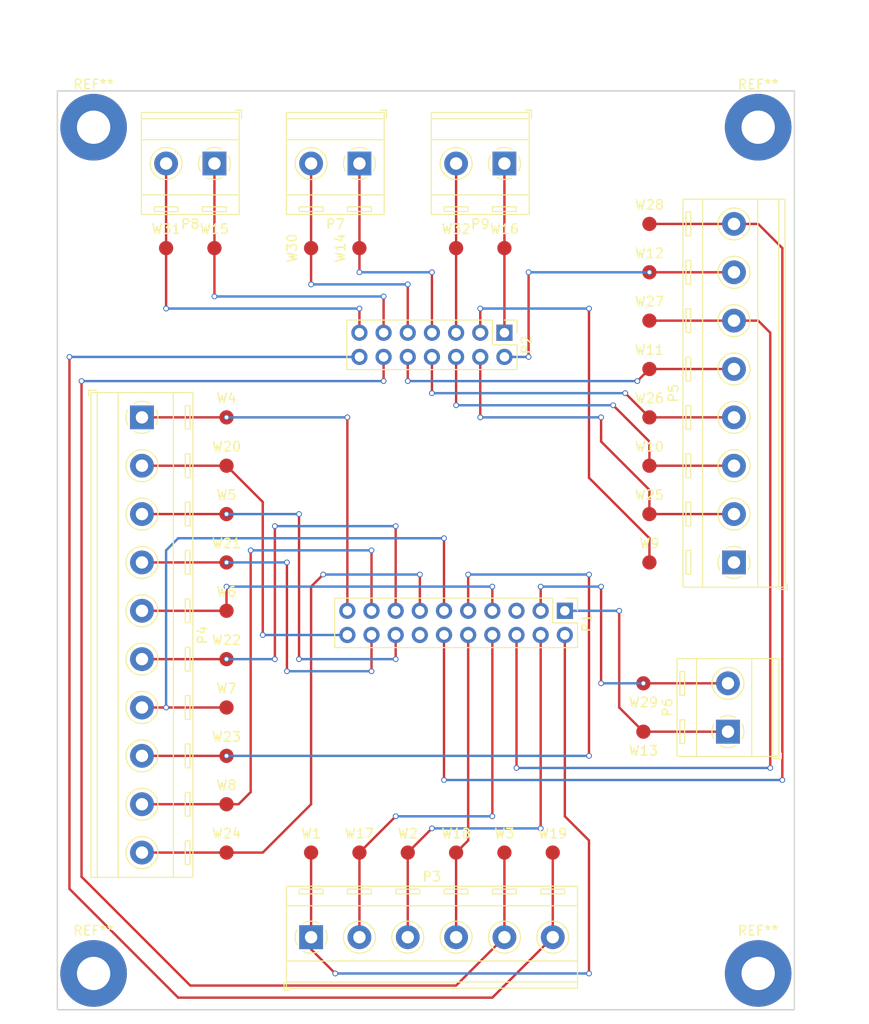
<source format=kicad_pcb>
(kicad_pcb (version 4) (host pcbnew 4.0.5)

  (general
    (links 65)
    (no_connects 2)
    (area 140.894999 50.64 229.135715 156.285001)
    (thickness 1.6)
    (drawings 6)
    (tracks 222)
    (zones 0)
    (modules 45)
    (nets 34)
  )

  (page A4)
  (layers
    (0 F.Cu signal)
    (31 B.Cu signal)
    (32 B.Adhes user)
    (33 F.Adhes user)
    (34 B.Paste user)
    (35 F.Paste user)
    (36 B.SilkS user)
    (37 F.SilkS user)
    (38 B.Mask user)
    (39 F.Mask user)
    (40 Dwgs.User user)
    (41 Cmts.User user)
    (42 Eco1.User user)
    (43 Eco2.User user)
    (44 Edge.Cuts user)
    (45 Margin user)
    (46 B.CrtYd user)
    (47 F.CrtYd user)
    (48 B.Fab user)
    (49 F.Fab user)
  )

  (setup
    (last_trace_width 0.25)
    (trace_clearance 0.2)
    (zone_clearance 0.508)
    (zone_45_only no)
    (trace_min 0.2)
    (segment_width 0.2)
    (edge_width 0.15)
    (via_size 0.6)
    (via_drill 0.4)
    (via_min_size 0.4)
    (via_min_drill 0.3)
    (uvia_size 0.3)
    (uvia_drill 0.1)
    (uvias_allowed no)
    (uvia_min_size 0.2)
    (uvia_min_drill 0.1)
    (pcb_text_width 0.3)
    (pcb_text_size 1.5 1.5)
    (mod_edge_width 0.15)
    (mod_text_size 1 1)
    (mod_text_width 0.15)
    (pad_size 1.524 1.524)
    (pad_drill 0.762)
    (pad_to_mask_clearance 0.2)
    (aux_axis_origin 0 0)
    (visible_elements FFFFFF7F)
    (pcbplotparams
      (layerselection 0x00030_80000001)
      (usegerberextensions false)
      (excludeedgelayer true)
      (linewidth 0.100000)
      (plotframeref false)
      (viasonmask false)
      (mode 1)
      (useauxorigin false)
      (hpglpennumber 1)
      (hpglpenspeed 20)
      (hpglpendiameter 15)
      (hpglpenoverlay 2)
      (psnegative false)
      (psa4output false)
      (plotreference true)
      (plotvalue true)
      (plotinvisibletext false)
      (padsonsilk false)
      (subtractmaskfromsilk false)
      (outputformat 1)
      (mirror false)
      (drillshape 1)
      (scaleselection 1)
      (outputdirectory ""))
  )

  (net 0 "")
  (net 1 CAN_H)
  (net 2 HVPL_1)
  (net 3 CAN_L)
  (net 4 HVPL_2)
  (net 5 NC)
  (net 6 HVPL_Cock)
  (net 7 APPS1_10)
  (net 8 HVPL_1_RTN)
  (net 9 APPS2_5)
  (net 10 HVPL_2_RTN)
  (net 11 APPS1_RTN)
  (net 12 HVPL_Cock_RTN)
  (net 13 RTN_GLV)
  (net 14 APPS1)
  (net 15 BP)
  (net 16 APPS2)
  (net 17 BOT)
  (net 18 Brake_24A)
  (net 19 Brake_24B)
  (net 20 CH_GND)
  (net 21 CC_LED)
  (net 22 LV_RTN)
  (net 23 IMD_Fault_LED)
  (net 24 24LV)
  (net 25 Drive_BTN_+5)
  (net 26 AIRs+)
  (net 27 Drive_BTN)
  (net 28 AIRs-)
  (net 29 Drive_LED)
  (net 30 IMD_Status)
  (net 31 RTDS)
  (net 32 IMD_PWM)
  (net 33 RTDS_RTN)

  (net_class Default "This is the default net class."
    (clearance 0.2)
    (trace_width 0.25)
    (via_dia 0.6)
    (via_drill 0.4)
    (uvia_dia 0.3)
    (uvia_drill 0.1)
    (add_net 24LV)
    (add_net AIRs+)
    (add_net AIRs-)
    (add_net APPS1)
    (add_net APPS1_10)
    (add_net APPS1_RTN)
    (add_net APPS2)
    (add_net APPS2_5)
    (add_net BOT)
    (add_net BP)
    (add_net Brake_24A)
    (add_net Brake_24B)
    (add_net CAN_H)
    (add_net CAN_L)
    (add_net CC_LED)
    (add_net CH_GND)
    (add_net Drive_BTN)
    (add_net Drive_BTN_+5)
    (add_net Drive_LED)
    (add_net HVPL_1)
    (add_net HVPL_1_RTN)
    (add_net HVPL_2)
    (add_net HVPL_2_RTN)
    (add_net HVPL_Cock)
    (add_net HVPL_Cock_RTN)
    (add_net IMD_Fault_LED)
    (add_net IMD_PWM)
    (add_net IMD_Status)
    (add_net LV_RTN)
    (add_net NC)
    (add_net RTDS)
    (add_net RTDS_RTN)
    (add_net RTN_GLV)
  )

  (module TerminalBlock_RND:TerminalBlock_RND_205-00291_1x06_P5.08mm_Horizontal placed (layer F.Cu) (tedit 5A08396B) (tstamp 5A83D8EB)
    (at 167.64 148.59)
    (descr "terminal block RND 205-00291, 6 pins, pitch 5.08mm, size 30.479999999999997x10.6mm^2, drill diamater 1.3mm, pad diameter 2.5mm, see http://cdn-reichelt.de/documents/datenblatt/C151/RND_205-00287_DB_EN.pdf, script-generated using https://github.com/pointhi/kicad-footprint-generator/scripts/TerminalBlock_RND")
    (tags "THT terminal block RND 205-00291 pitch 5.08mm size 30.479999999999997x10.6mm^2 drill 1.3mm pad 2.5mm")
    (path /5A77AB92)
    (fp_text reference P3 (at 12.7 -6.36) (layer F.SilkS)
      (effects (font (size 1 1) (thickness 0.15)))
    )
    (fp_text value CONN_01X06 (at 12.7 6.36) (layer F.Fab)
      (effects (font (size 1 1) (thickness 0.15)))
    )
    (fp_arc (start 0 0) (end 0 1.68) (angle -28) (layer F.SilkS) (width 0.12))
    (fp_arc (start 0 0) (end 1.484 0.789) (angle -56) (layer F.SilkS) (width 0.12))
    (fp_arc (start 0 0) (end 0.789 -1.484) (angle -56) (layer F.SilkS) (width 0.12))
    (fp_arc (start 0 0) (end -1.484 -0.789) (angle -56) (layer F.SilkS) (width 0.12))
    (fp_arc (start 0 0) (end -0.789 1.484) (angle -29) (layer F.SilkS) (width 0.12))
    (fp_circle (center 0 0) (end 1.5 0) (layer F.Fab) (width 0.1))
    (fp_circle (center 5.08 0) (end 6.58 0) (layer F.Fab) (width 0.1))
    (fp_circle (center 5.08 0) (end 6.76 0) (layer F.SilkS) (width 0.12))
    (fp_circle (center 10.16 0) (end 11.66 0) (layer F.Fab) (width 0.1))
    (fp_circle (center 10.16 0) (end 11.84 0) (layer F.SilkS) (width 0.12))
    (fp_circle (center 15.24 0) (end 16.74 0) (layer F.Fab) (width 0.1))
    (fp_circle (center 15.24 0) (end 16.92 0) (layer F.SilkS) (width 0.12))
    (fp_circle (center 20.32 0) (end 21.82 0) (layer F.Fab) (width 0.1))
    (fp_circle (center 20.32 0) (end 22 0) (layer F.SilkS) (width 0.12))
    (fp_circle (center 25.4 0) (end 26.9 0) (layer F.Fab) (width 0.1))
    (fp_circle (center 25.4 0) (end 27.08 0) (layer F.SilkS) (width 0.12))
    (fp_line (start -2.54 -5.3) (end 27.94 -5.3) (layer F.Fab) (width 0.1))
    (fp_line (start 27.94 -5.3) (end 27.94 5.3) (layer F.Fab) (width 0.1))
    (fp_line (start 27.94 5.3) (end -1.94 5.3) (layer F.Fab) (width 0.1))
    (fp_line (start -1.94 5.3) (end -2.54 4.7) (layer F.Fab) (width 0.1))
    (fp_line (start -2.54 4.7) (end -2.54 -5.3) (layer F.Fab) (width 0.1))
    (fp_line (start -2.54 4.7) (end 27.94 4.7) (layer F.Fab) (width 0.1))
    (fp_line (start -2.6 4.7) (end 28 4.7) (layer F.SilkS) (width 0.12))
    (fp_line (start -2.54 2.5) (end 27.94 2.5) (layer F.Fab) (width 0.1))
    (fp_line (start -2.6 2.5) (end 28 2.5) (layer F.SilkS) (width 0.12))
    (fp_line (start -2.54 -3.3) (end 27.94 -3.3) (layer F.Fab) (width 0.1))
    (fp_line (start -2.6 -3.3) (end 28 -3.3) (layer F.SilkS) (width 0.12))
    (fp_line (start -2.6 -5.36) (end 28 -5.36) (layer F.SilkS) (width 0.12))
    (fp_line (start -2.6 5.36) (end 28 5.36) (layer F.SilkS) (width 0.12))
    (fp_line (start -2.6 -5.36) (end -2.6 5.36) (layer F.SilkS) (width 0.12))
    (fp_line (start 28 -5.36) (end 28 5.36) (layer F.SilkS) (width 0.12))
    (fp_line (start 1.138 -0.955) (end -0.955 1.138) (layer F.Fab) (width 0.1))
    (fp_line (start 0.955 -1.138) (end -1.138 0.955) (layer F.Fab) (width 0.1))
    (fp_line (start -1.25 -5.05) (end -1.25 -4.55) (layer F.Fab) (width 0.1))
    (fp_line (start -1.25 -4.55) (end 1.25 -4.55) (layer F.Fab) (width 0.1))
    (fp_line (start 1.25 -4.55) (end 1.25 -5.05) (layer F.Fab) (width 0.1))
    (fp_line (start 1.25 -5.05) (end -1.25 -5.05) (layer F.Fab) (width 0.1))
    (fp_line (start -1.25 -5.05) (end 1.25 -5.05) (layer F.SilkS) (width 0.12))
    (fp_line (start -1.25 -4.55) (end 1.25 -4.55) (layer F.SilkS) (width 0.12))
    (fp_line (start -1.25 -5.05) (end -1.25 -4.55) (layer F.SilkS) (width 0.12))
    (fp_line (start 1.25 -5.05) (end 1.25 -4.55) (layer F.SilkS) (width 0.12))
    (fp_line (start 6.218 -0.955) (end 4.126 1.138) (layer F.Fab) (width 0.1))
    (fp_line (start 6.035 -1.138) (end 3.943 0.955) (layer F.Fab) (width 0.1))
    (fp_line (start 6.355 -1.069) (end 6.261 -0.976) (layer F.SilkS) (width 0.12))
    (fp_line (start 4.07 1.216) (end 4.011 1.274) (layer F.SilkS) (width 0.12))
    (fp_line (start 6.15 -1.275) (end 6.091 -1.216) (layer F.SilkS) (width 0.12))
    (fp_line (start 3.9 0.976) (end 3.806 1.069) (layer F.SilkS) (width 0.12))
    (fp_line (start 3.83 -5.05) (end 3.83 -4.55) (layer F.Fab) (width 0.1))
    (fp_line (start 3.83 -4.55) (end 6.33 -4.55) (layer F.Fab) (width 0.1))
    (fp_line (start 6.33 -4.55) (end 6.33 -5.05) (layer F.Fab) (width 0.1))
    (fp_line (start 6.33 -5.05) (end 3.83 -5.05) (layer F.Fab) (width 0.1))
    (fp_line (start 3.83 -5.05) (end 6.33 -5.05) (layer F.SilkS) (width 0.12))
    (fp_line (start 3.83 -4.55) (end 6.33 -4.55) (layer F.SilkS) (width 0.12))
    (fp_line (start 3.83 -5.05) (end 3.83 -4.55) (layer F.SilkS) (width 0.12))
    (fp_line (start 6.33 -5.05) (end 6.33 -4.55) (layer F.SilkS) (width 0.12))
    (fp_line (start 11.298 -0.955) (end 9.206 1.138) (layer F.Fab) (width 0.1))
    (fp_line (start 11.115 -1.138) (end 9.023 0.955) (layer F.Fab) (width 0.1))
    (fp_line (start 11.435 -1.069) (end 11.341 -0.976) (layer F.SilkS) (width 0.12))
    (fp_line (start 9.15 1.216) (end 9.091 1.274) (layer F.SilkS) (width 0.12))
    (fp_line (start 11.23 -1.275) (end 11.171 -1.216) (layer F.SilkS) (width 0.12))
    (fp_line (start 8.98 0.976) (end 8.886 1.069) (layer F.SilkS) (width 0.12))
    (fp_line (start 8.91 -5.05) (end 8.91 -4.55) (layer F.Fab) (width 0.1))
    (fp_line (start 8.91 -4.55) (end 11.41 -4.55) (layer F.Fab) (width 0.1))
    (fp_line (start 11.41 -4.55) (end 11.41 -5.05) (layer F.Fab) (width 0.1))
    (fp_line (start 11.41 -5.05) (end 8.91 -5.05) (layer F.Fab) (width 0.1))
    (fp_line (start 8.91 -5.05) (end 11.41 -5.05) (layer F.SilkS) (width 0.12))
    (fp_line (start 8.91 -4.55) (end 11.41 -4.55) (layer F.SilkS) (width 0.12))
    (fp_line (start 8.91 -5.05) (end 8.91 -4.55) (layer F.SilkS) (width 0.12))
    (fp_line (start 11.41 -5.05) (end 11.41 -4.55) (layer F.SilkS) (width 0.12))
    (fp_line (start 16.378 -0.955) (end 14.286 1.138) (layer F.Fab) (width 0.1))
    (fp_line (start 16.195 -1.138) (end 14.103 0.955) (layer F.Fab) (width 0.1))
    (fp_line (start 16.515 -1.069) (end 16.421 -0.976) (layer F.SilkS) (width 0.12))
    (fp_line (start 14.23 1.216) (end 14.171 1.274) (layer F.SilkS) (width 0.12))
    (fp_line (start 16.31 -1.275) (end 16.251 -1.216) (layer F.SilkS) (width 0.12))
    (fp_line (start 14.06 0.976) (end 13.966 1.069) (layer F.SilkS) (width 0.12))
    (fp_line (start 13.99 -5.05) (end 13.99 -4.55) (layer F.Fab) (width 0.1))
    (fp_line (start 13.99 -4.55) (end 16.49 -4.55) (layer F.Fab) (width 0.1))
    (fp_line (start 16.49 -4.55) (end 16.49 -5.05) (layer F.Fab) (width 0.1))
    (fp_line (start 16.49 -5.05) (end 13.99 -5.05) (layer F.Fab) (width 0.1))
    (fp_line (start 13.99 -5.05) (end 16.49 -5.05) (layer F.SilkS) (width 0.12))
    (fp_line (start 13.99 -4.55) (end 16.49 -4.55) (layer F.SilkS) (width 0.12))
    (fp_line (start 13.99 -5.05) (end 13.99 -4.55) (layer F.SilkS) (width 0.12))
    (fp_line (start 16.49 -5.05) (end 16.49 -4.55) (layer F.SilkS) (width 0.12))
    (fp_line (start 21.458 -0.955) (end 19.366 1.138) (layer F.Fab) (width 0.1))
    (fp_line (start 21.275 -1.138) (end 19.183 0.955) (layer F.Fab) (width 0.1))
    (fp_line (start 21.595 -1.069) (end 21.501 -0.976) (layer F.SilkS) (width 0.12))
    (fp_line (start 19.31 1.216) (end 19.251 1.274) (layer F.SilkS) (width 0.12))
    (fp_line (start 21.39 -1.275) (end 21.331 -1.216) (layer F.SilkS) (width 0.12))
    (fp_line (start 19.14 0.976) (end 19.046 1.069) (layer F.SilkS) (width 0.12))
    (fp_line (start 19.07 -5.05) (end 19.07 -4.55) (layer F.Fab) (width 0.1))
    (fp_line (start 19.07 -4.55) (end 21.57 -4.55) (layer F.Fab) (width 0.1))
    (fp_line (start 21.57 -4.55) (end 21.57 -5.05) (layer F.Fab) (width 0.1))
    (fp_line (start 21.57 -5.05) (end 19.07 -5.05) (layer F.Fab) (width 0.1))
    (fp_line (start 19.07 -5.05) (end 21.57 -5.05) (layer F.SilkS) (width 0.12))
    (fp_line (start 19.07 -4.55) (end 21.57 -4.55) (layer F.SilkS) (width 0.12))
    (fp_line (start 19.07 -5.05) (end 19.07 -4.55) (layer F.SilkS) (width 0.12))
    (fp_line (start 21.57 -5.05) (end 21.57 -4.55) (layer F.SilkS) (width 0.12))
    (fp_line (start 26.538 -0.955) (end 24.446 1.138) (layer F.Fab) (width 0.1))
    (fp_line (start 26.355 -1.138) (end 24.263 0.955) (layer F.Fab) (width 0.1))
    (fp_line (start 26.675 -1.069) (end 26.581 -0.976) (layer F.SilkS) (width 0.12))
    (fp_line (start 24.39 1.216) (end 24.331 1.274) (layer F.SilkS) (width 0.12))
    (fp_line (start 26.47 -1.275) (end 26.411 -1.216) (layer F.SilkS) (width 0.12))
    (fp_line (start 24.22 0.976) (end 24.126 1.069) (layer F.SilkS) (width 0.12))
    (fp_line (start 24.15 -5.05) (end 24.15 -4.55) (layer F.Fab) (width 0.1))
    (fp_line (start 24.15 -4.55) (end 26.65 -4.55) (layer F.Fab) (width 0.1))
    (fp_line (start 26.65 -4.55) (end 26.65 -5.05) (layer F.Fab) (width 0.1))
    (fp_line (start 26.65 -5.05) (end 24.15 -5.05) (layer F.Fab) (width 0.1))
    (fp_line (start 24.15 -5.05) (end 26.65 -5.05) (layer F.SilkS) (width 0.12))
    (fp_line (start 24.15 -4.55) (end 26.65 -4.55) (layer F.SilkS) (width 0.12))
    (fp_line (start 24.15 -5.05) (end 24.15 -4.55) (layer F.SilkS) (width 0.12))
    (fp_line (start 26.65 -5.05) (end 26.65 -4.55) (layer F.SilkS) (width 0.12))
    (fp_line (start -2.84 4.76) (end -2.84 5.6) (layer F.SilkS) (width 0.12))
    (fp_line (start -2.84 5.6) (end -2.24 5.6) (layer F.SilkS) (width 0.12))
    (fp_line (start -3.05 -5.8) (end -3.05 5.8) (layer F.CrtYd) (width 0.05))
    (fp_line (start -3.05 5.8) (end 28.45 5.8) (layer F.CrtYd) (width 0.05))
    (fp_line (start 28.45 5.8) (end 28.45 -5.8) (layer F.CrtYd) (width 0.05))
    (fp_line (start 28.45 -5.8) (end -3.05 -5.8) (layer F.CrtYd) (width 0.05))
    (fp_text user %R (at 12.7 -6.36) (layer F.Fab)
      (effects (font (size 1 1) (thickness 0.15)))
    )
    (pad 1 thru_hole rect (at 0 0) (size 2.5 2.5) (drill 1.3) (layers *.Cu *.Mask)
      (net 2 HVPL_1))
    (pad 2 thru_hole circle (at 5.08 0) (size 2.5 2.5) (drill 1.3) (layers *.Cu *.Mask)
      (net 8 HVPL_1_RTN))
    (pad 3 thru_hole circle (at 10.16 0) (size 2.5 2.5) (drill 1.3) (layers *.Cu *.Mask)
      (net 4 HVPL_2))
    (pad 4 thru_hole circle (at 15.24 0) (size 2.5 2.5) (drill 1.3) (layers *.Cu *.Mask)
      (net 10 HVPL_2_RTN))
    (pad 5 thru_hole circle (at 20.32 0) (size 2.5 2.5) (drill 1.3) (layers *.Cu *.Mask)
      (net 31 RTDS))
    (pad 6 thru_hole circle (at 25.4 0) (size 2.5 2.5) (drill 1.3) (layers *.Cu *.Mask)
      (net 33 RTDS_RTN))
    (model ${KISYS3DMOD}/TerminalBlock_RND.3dshapes/TerminalBlock_RND_205-00291_1x06_P5.08mm_Horizontal.wrl
      (at (xyz 0 0 0))
      (scale (xyz 1 1 1))
      (rotate (xyz 0 0 0))
    )
  )

  (module Connector_PinHeader_2.54mm:PinHeader_2x10_P2.54mm_Vertical placed (layer F.Cu) (tedit 59FED5CC) (tstamp 5A83D847)
    (at 194.31 114.3 270)
    (descr "Through hole straight pin header, 2x10, 2.54mm pitch, double rows")
    (tags "Through hole pin header THT 2x10 2.54mm double row")
    (path /5A7610AD)
    (fp_text reference P1 (at 1.27 -2.33 270) (layer F.SilkS)
      (effects (font (size 1 1) (thickness 0.15)))
    )
    (fp_text value CONN_02X10 (at 1.27 25.19 270) (layer F.Fab)
      (effects (font (size 1 1) (thickness 0.15)))
    )
    (fp_line (start 0 -1.27) (end 3.81 -1.27) (layer F.Fab) (width 0.1))
    (fp_line (start 3.81 -1.27) (end 3.81 24.13) (layer F.Fab) (width 0.1))
    (fp_line (start 3.81 24.13) (end -1.27 24.13) (layer F.Fab) (width 0.1))
    (fp_line (start -1.27 24.13) (end -1.27 0) (layer F.Fab) (width 0.1))
    (fp_line (start -1.27 0) (end 0 -1.27) (layer F.Fab) (width 0.1))
    (fp_line (start -1.33 24.19) (end 3.87 24.19) (layer F.SilkS) (width 0.12))
    (fp_line (start -1.33 1.27) (end -1.33 24.19) (layer F.SilkS) (width 0.12))
    (fp_line (start 3.87 -1.33) (end 3.87 24.19) (layer F.SilkS) (width 0.12))
    (fp_line (start -1.33 1.27) (end 1.27 1.27) (layer F.SilkS) (width 0.12))
    (fp_line (start 1.27 1.27) (end 1.27 -1.33) (layer F.SilkS) (width 0.12))
    (fp_line (start 1.27 -1.33) (end 3.87 -1.33) (layer F.SilkS) (width 0.12))
    (fp_line (start -1.33 0) (end -1.33 -1.33) (layer F.SilkS) (width 0.12))
    (fp_line (start -1.33 -1.33) (end 0 -1.33) (layer F.SilkS) (width 0.12))
    (fp_line (start -1.8 -1.8) (end -1.8 24.65) (layer F.CrtYd) (width 0.05))
    (fp_line (start -1.8 24.65) (end 4.35 24.65) (layer F.CrtYd) (width 0.05))
    (fp_line (start 4.35 24.65) (end 4.35 -1.8) (layer F.CrtYd) (width 0.05))
    (fp_line (start 4.35 -1.8) (end -1.8 -1.8) (layer F.CrtYd) (width 0.05))
    (fp_text user %R (at 1.27 11.43 360) (layer F.Fab)
      (effects (font (size 1 1) (thickness 0.15)))
    )
    (pad 1 thru_hole rect (at 0 0 270) (size 1.7 1.7) (drill 1) (layers *.Cu *.Mask)
      (net 1 CAN_H))
    (pad 2 thru_hole oval (at 2.54 0 270) (size 1.7 1.7) (drill 1) (layers *.Cu *.Mask)
      (net 2 HVPL_1))
    (pad 3 thru_hole oval (at 0 2.54 270) (size 1.7 1.7) (drill 1) (layers *.Cu *.Mask)
      (net 3 CAN_L))
    (pad 4 thru_hole oval (at 2.54 2.54 270) (size 1.7 1.7) (drill 1) (layers *.Cu *.Mask)
      (net 4 HVPL_2))
    (pad 5 thru_hole oval (at 0 5.08 270) (size 1.7 1.7) (drill 1) (layers *.Cu *.Mask)
      (net 5 NC))
    (pad 6 thru_hole oval (at 2.54 5.08 270) (size 1.7 1.7) (drill 1) (layers *.Cu *.Mask)
      (net 6 HVPL_Cock))
    (pad 7 thru_hole oval (at 0 7.62 270) (size 1.7 1.7) (drill 1) (layers *.Cu *.Mask)
      (net 7 APPS1_10))
    (pad 8 thru_hole oval (at 2.54 7.62 270) (size 1.7 1.7) (drill 1) (layers *.Cu *.Mask)
      (net 8 HVPL_1_RTN))
    (pad 9 thru_hole oval (at 0 10.16 270) (size 1.7 1.7) (drill 1) (layers *.Cu *.Mask)
      (net 9 APPS2_5))
    (pad 10 thru_hole oval (at 2.54 10.16 270) (size 1.7 1.7) (drill 1) (layers *.Cu *.Mask)
      (net 10 HVPL_2_RTN))
    (pad 11 thru_hole oval (at 0 12.7 270) (size 1.7 1.7) (drill 1) (layers *.Cu *.Mask)
      (net 11 APPS1_RTN))
    (pad 12 thru_hole oval (at 2.54 12.7 270) (size 1.7 1.7) (drill 1) (layers *.Cu *.Mask)
      (net 12 HVPL_Cock_RTN))
    (pad 13 thru_hole oval (at 0 15.24 270) (size 1.7 1.7) (drill 1) (layers *.Cu *.Mask)
      (net 13 RTN_GLV))
    (pad 14 thru_hole oval (at 2.54 15.24 270) (size 1.7 1.7) (drill 1) (layers *.Cu *.Mask)
      (net 5 NC))
    (pad 15 thru_hole oval (at 0 17.78 270) (size 1.7 1.7) (drill 1) (layers *.Cu *.Mask)
      (net 14 APPS1))
    (pad 16 thru_hole oval (at 2.54 17.78 270) (size 1.7 1.7) (drill 1) (layers *.Cu *.Mask)
      (net 15 BP))
    (pad 17 thru_hole oval (at 0 20.32 270) (size 1.7 1.7) (drill 1) (layers *.Cu *.Mask)
      (net 16 APPS2))
    (pad 18 thru_hole oval (at 2.54 20.32 270) (size 1.7 1.7) (drill 1) (layers *.Cu *.Mask)
      (net 17 BOT))
    (pad 19 thru_hole oval (at 0 22.86 270) (size 1.7 1.7) (drill 1) (layers *.Cu *.Mask)
      (net 18 Brake_24A))
    (pad 20 thru_hole oval (at 2.54 22.86 270) (size 1.7 1.7) (drill 1) (layers *.Cu *.Mask)
      (net 19 Brake_24B))
    (model ${KISYS3DMOD}/Connector_PinHeader_2.54mm.3dshapes/PinHeader_2x10_P2.54mm_Vertical.wrl
      (at (xyz 0 0 0))
      (scale (xyz 1 1 1))
      (rotate (xyz 0 0 0))
    )
  )

  (module Connector_PinHeader_2.54mm:PinHeader_2x07_P2.54mm_Vertical placed (layer F.Cu) (tedit 59FED5CC) (tstamp 5A83D86B)
    (at 187.96 85.09 270)
    (descr "Through hole straight pin header, 2x07, 2.54mm pitch, double rows")
    (tags "Through hole pin header THT 2x07 2.54mm double row")
    (path /5A762C5D)
    (fp_text reference P2 (at 1.27 -2.33 270) (layer F.SilkS)
      (effects (font (size 1 1) (thickness 0.15)))
    )
    (fp_text value CONN_02X07 (at 1.27 17.57 270) (layer F.Fab)
      (effects (font (size 1 1) (thickness 0.15)))
    )
    (fp_line (start 0 -1.27) (end 3.81 -1.27) (layer F.Fab) (width 0.1))
    (fp_line (start 3.81 -1.27) (end 3.81 16.51) (layer F.Fab) (width 0.1))
    (fp_line (start 3.81 16.51) (end -1.27 16.51) (layer F.Fab) (width 0.1))
    (fp_line (start -1.27 16.51) (end -1.27 0) (layer F.Fab) (width 0.1))
    (fp_line (start -1.27 0) (end 0 -1.27) (layer F.Fab) (width 0.1))
    (fp_line (start -1.33 16.57) (end 3.87 16.57) (layer F.SilkS) (width 0.12))
    (fp_line (start -1.33 1.27) (end -1.33 16.57) (layer F.SilkS) (width 0.12))
    (fp_line (start 3.87 -1.33) (end 3.87 16.57) (layer F.SilkS) (width 0.12))
    (fp_line (start -1.33 1.27) (end 1.27 1.27) (layer F.SilkS) (width 0.12))
    (fp_line (start 1.27 1.27) (end 1.27 -1.33) (layer F.SilkS) (width 0.12))
    (fp_line (start 1.27 -1.33) (end 3.87 -1.33) (layer F.SilkS) (width 0.12))
    (fp_line (start -1.33 0) (end -1.33 -1.33) (layer F.SilkS) (width 0.12))
    (fp_line (start -1.33 -1.33) (end 0 -1.33) (layer F.SilkS) (width 0.12))
    (fp_line (start -1.8 -1.8) (end -1.8 17.05) (layer F.CrtYd) (width 0.05))
    (fp_line (start -1.8 17.05) (end 4.35 17.05) (layer F.CrtYd) (width 0.05))
    (fp_line (start 4.35 17.05) (end 4.35 -1.8) (layer F.CrtYd) (width 0.05))
    (fp_line (start 4.35 -1.8) (end -1.8 -1.8) (layer F.CrtYd) (width 0.05))
    (fp_text user %R (at 1.27 7.62 360) (layer F.Fab)
      (effects (font (size 1 1) (thickness 0.15)))
    )
    (pad 1 thru_hole rect (at 0 0 270) (size 1.7 1.7) (drill 1) (layers *.Cu *.Mask)
      (net 20 CH_GND))
    (pad 2 thru_hole oval (at 2.54 0 270) (size 1.7 1.7) (drill 1) (layers *.Cu *.Mask)
      (net 21 CC_LED))
    (pad 3 thru_hole oval (at 0 2.54 270) (size 1.7 1.7) (drill 1) (layers *.Cu *.Mask)
      (net 22 LV_RTN))
    (pad 4 thru_hole oval (at 2.54 2.54 270) (size 1.7 1.7) (drill 1) (layers *.Cu *.Mask)
      (net 23 IMD_Fault_LED))
    (pad 5 thru_hole oval (at 0 5.08 270) (size 1.7 1.7) (drill 1) (layers *.Cu *.Mask)
      (net 24 24LV))
    (pad 6 thru_hole oval (at 2.54 5.08 270) (size 1.7 1.7) (drill 1) (layers *.Cu *.Mask)
      (net 25 Drive_BTN_+5))
    (pad 7 thru_hole oval (at 0 7.62 270) (size 1.7 1.7) (drill 1) (layers *.Cu *.Mask)
      (net 26 AIRs+))
    (pad 8 thru_hole oval (at 2.54 7.62 270) (size 1.7 1.7) (drill 1) (layers *.Cu *.Mask)
      (net 27 Drive_BTN))
    (pad 9 thru_hole oval (at 0 10.16 270) (size 1.7 1.7) (drill 1) (layers *.Cu *.Mask)
      (net 28 AIRs-))
    (pad 10 thru_hole oval (at 2.54 10.16 270) (size 1.7 1.7) (drill 1) (layers *.Cu *.Mask)
      (net 29 Drive_LED))
    (pad 11 thru_hole oval (at 0 12.7 270) (size 1.7 1.7) (drill 1) (layers *.Cu *.Mask)
      (net 30 IMD_Status))
    (pad 12 thru_hole oval (at 2.54 12.7 270) (size 1.7 1.7) (drill 1) (layers *.Cu *.Mask)
      (net 31 RTDS))
    (pad 13 thru_hole oval (at 0 15.24 270) (size 1.7 1.7) (drill 1) (layers *.Cu *.Mask)
      (net 32 IMD_PWM))
    (pad 14 thru_hole oval (at 2.54 15.24 270) (size 1.7 1.7) (drill 1) (layers *.Cu *.Mask)
      (net 33 RTDS_RTN))
    (model ${KISYS3DMOD}/Connector_PinHeader_2.54mm.3dshapes/PinHeader_2x07_P2.54mm_Vertical.wrl
      (at (xyz 0 0 0))
      (scale (xyz 1 1 1))
      (rotate (xyz 0 0 0))
    )
  )

  (module TerminalBlock_RND:TerminalBlock_RND_205-00295_1x10_P5.08mm_Horizontal placed (layer F.Cu) (tedit 5A083976) (tstamp 5A83D9AF)
    (at 149.86 93.98 270)
    (descr "terminal block RND 205-00295, 10 pins, pitch 5.08mm, size 50.8x10.6mm^2, drill diamater 1.3mm, pad diameter 2.5mm, see http://cdn-reichelt.de/documents/datenblatt/C151/RND_205-00287_DB_EN.pdf, script-generated using https://github.com/pointhi/kicad-footprint-generator/scripts/TerminalBlock_RND")
    (tags "THT terminal block RND 205-00295 pitch 5.08mm size 50.8x10.6mm^2 drill 1.3mm pad 2.5mm")
    (path /5A763DB3)
    (fp_text reference P4 (at 22.86 -6.36 270) (layer F.SilkS)
      (effects (font (size 1 1) (thickness 0.15)))
    )
    (fp_text value CONN_01X10 (at 22.86 6.36 270) (layer F.Fab)
      (effects (font (size 1 1) (thickness 0.15)))
    )
    (fp_arc (start 0 0) (end 0 1.68) (angle -28) (layer F.SilkS) (width 0.12))
    (fp_arc (start 0 0) (end 1.484 0.789) (angle -56) (layer F.SilkS) (width 0.12))
    (fp_arc (start 0 0) (end 0.789 -1.484) (angle -56) (layer F.SilkS) (width 0.12))
    (fp_arc (start 0 0) (end -1.484 -0.789) (angle -56) (layer F.SilkS) (width 0.12))
    (fp_arc (start 0 0) (end -0.789 1.484) (angle -29) (layer F.SilkS) (width 0.12))
    (fp_circle (center 0 0) (end 1.5 0) (layer F.Fab) (width 0.1))
    (fp_circle (center 5.08 0) (end 6.58 0) (layer F.Fab) (width 0.1))
    (fp_circle (center 5.08 0) (end 6.76 0) (layer F.SilkS) (width 0.12))
    (fp_circle (center 10.16 0) (end 11.66 0) (layer F.Fab) (width 0.1))
    (fp_circle (center 10.16 0) (end 11.84 0) (layer F.SilkS) (width 0.12))
    (fp_circle (center 15.24 0) (end 16.74 0) (layer F.Fab) (width 0.1))
    (fp_circle (center 15.24 0) (end 16.92 0) (layer F.SilkS) (width 0.12))
    (fp_circle (center 20.32 0) (end 21.82 0) (layer F.Fab) (width 0.1))
    (fp_circle (center 20.32 0) (end 22 0) (layer F.SilkS) (width 0.12))
    (fp_circle (center 25.4 0) (end 26.9 0) (layer F.Fab) (width 0.1))
    (fp_circle (center 25.4 0) (end 27.08 0) (layer F.SilkS) (width 0.12))
    (fp_circle (center 30.48 0) (end 31.98 0) (layer F.Fab) (width 0.1))
    (fp_circle (center 30.48 0) (end 32.16 0) (layer F.SilkS) (width 0.12))
    (fp_circle (center 35.56 0) (end 37.06 0) (layer F.Fab) (width 0.1))
    (fp_circle (center 35.56 0) (end 37.24 0) (layer F.SilkS) (width 0.12))
    (fp_circle (center 40.64 0) (end 42.14 0) (layer F.Fab) (width 0.1))
    (fp_circle (center 40.64 0) (end 42.32 0) (layer F.SilkS) (width 0.12))
    (fp_circle (center 45.72 0) (end 47.22 0) (layer F.Fab) (width 0.1))
    (fp_circle (center 45.72 0) (end 47.4 0) (layer F.SilkS) (width 0.12))
    (fp_line (start -2.54 -5.3) (end 48.26 -5.3) (layer F.Fab) (width 0.1))
    (fp_line (start 48.26 -5.3) (end 48.26 5.3) (layer F.Fab) (width 0.1))
    (fp_line (start 48.26 5.3) (end -1.94 5.3) (layer F.Fab) (width 0.1))
    (fp_line (start -1.94 5.3) (end -2.54 4.7) (layer F.Fab) (width 0.1))
    (fp_line (start -2.54 4.7) (end -2.54 -5.3) (layer F.Fab) (width 0.1))
    (fp_line (start -2.54 4.7) (end 48.26 4.7) (layer F.Fab) (width 0.1))
    (fp_line (start -2.6 4.7) (end 48.32 4.7) (layer F.SilkS) (width 0.12))
    (fp_line (start -2.54 2.5) (end 48.26 2.5) (layer F.Fab) (width 0.1))
    (fp_line (start -2.6 2.5) (end 48.32 2.5) (layer F.SilkS) (width 0.12))
    (fp_line (start -2.54 -3.3) (end 48.26 -3.3) (layer F.Fab) (width 0.1))
    (fp_line (start -2.6 -3.3) (end 48.32 -3.3) (layer F.SilkS) (width 0.12))
    (fp_line (start -2.6 -5.36) (end 48.32 -5.36) (layer F.SilkS) (width 0.12))
    (fp_line (start -2.6 5.36) (end 48.32 5.36) (layer F.SilkS) (width 0.12))
    (fp_line (start -2.6 -5.36) (end -2.6 5.36) (layer F.SilkS) (width 0.12))
    (fp_line (start 48.32 -5.36) (end 48.32 5.36) (layer F.SilkS) (width 0.12))
    (fp_line (start 1.138 -0.955) (end -0.955 1.138) (layer F.Fab) (width 0.1))
    (fp_line (start 0.955 -1.138) (end -1.138 0.955) (layer F.Fab) (width 0.1))
    (fp_line (start -1.25 -5.05) (end -1.25 -4.55) (layer F.Fab) (width 0.1))
    (fp_line (start -1.25 -4.55) (end 1.25 -4.55) (layer F.Fab) (width 0.1))
    (fp_line (start 1.25 -4.55) (end 1.25 -5.05) (layer F.Fab) (width 0.1))
    (fp_line (start 1.25 -5.05) (end -1.25 -5.05) (layer F.Fab) (width 0.1))
    (fp_line (start -1.25 -5.05) (end 1.25 -5.05) (layer F.SilkS) (width 0.12))
    (fp_line (start -1.25 -4.55) (end 1.25 -4.55) (layer F.SilkS) (width 0.12))
    (fp_line (start -1.25 -5.05) (end -1.25 -4.55) (layer F.SilkS) (width 0.12))
    (fp_line (start 1.25 -5.05) (end 1.25 -4.55) (layer F.SilkS) (width 0.12))
    (fp_line (start 6.218 -0.955) (end 4.126 1.138) (layer F.Fab) (width 0.1))
    (fp_line (start 6.035 -1.138) (end 3.943 0.955) (layer F.Fab) (width 0.1))
    (fp_line (start 6.355 -1.069) (end 6.261 -0.976) (layer F.SilkS) (width 0.12))
    (fp_line (start 4.07 1.216) (end 4.011 1.274) (layer F.SilkS) (width 0.12))
    (fp_line (start 6.15 -1.275) (end 6.091 -1.216) (layer F.SilkS) (width 0.12))
    (fp_line (start 3.9 0.976) (end 3.806 1.069) (layer F.SilkS) (width 0.12))
    (fp_line (start 3.83 -5.05) (end 3.83 -4.55) (layer F.Fab) (width 0.1))
    (fp_line (start 3.83 -4.55) (end 6.33 -4.55) (layer F.Fab) (width 0.1))
    (fp_line (start 6.33 -4.55) (end 6.33 -5.05) (layer F.Fab) (width 0.1))
    (fp_line (start 6.33 -5.05) (end 3.83 -5.05) (layer F.Fab) (width 0.1))
    (fp_line (start 3.83 -5.05) (end 6.33 -5.05) (layer F.SilkS) (width 0.12))
    (fp_line (start 3.83 -4.55) (end 6.33 -4.55) (layer F.SilkS) (width 0.12))
    (fp_line (start 3.83 -5.05) (end 3.83 -4.55) (layer F.SilkS) (width 0.12))
    (fp_line (start 6.33 -5.05) (end 6.33 -4.55) (layer F.SilkS) (width 0.12))
    (fp_line (start 11.298 -0.955) (end 9.206 1.138) (layer F.Fab) (width 0.1))
    (fp_line (start 11.115 -1.138) (end 9.023 0.955) (layer F.Fab) (width 0.1))
    (fp_line (start 11.435 -1.069) (end 11.341 -0.976) (layer F.SilkS) (width 0.12))
    (fp_line (start 9.15 1.216) (end 9.091 1.274) (layer F.SilkS) (width 0.12))
    (fp_line (start 11.23 -1.275) (end 11.171 -1.216) (layer F.SilkS) (width 0.12))
    (fp_line (start 8.98 0.976) (end 8.886 1.069) (layer F.SilkS) (width 0.12))
    (fp_line (start 8.91 -5.05) (end 8.91 -4.55) (layer F.Fab) (width 0.1))
    (fp_line (start 8.91 -4.55) (end 11.41 -4.55) (layer F.Fab) (width 0.1))
    (fp_line (start 11.41 -4.55) (end 11.41 -5.05) (layer F.Fab) (width 0.1))
    (fp_line (start 11.41 -5.05) (end 8.91 -5.05) (layer F.Fab) (width 0.1))
    (fp_line (start 8.91 -5.05) (end 11.41 -5.05) (layer F.SilkS) (width 0.12))
    (fp_line (start 8.91 -4.55) (end 11.41 -4.55) (layer F.SilkS) (width 0.12))
    (fp_line (start 8.91 -5.05) (end 8.91 -4.55) (layer F.SilkS) (width 0.12))
    (fp_line (start 11.41 -5.05) (end 11.41 -4.55) (layer F.SilkS) (width 0.12))
    (fp_line (start 16.378 -0.955) (end 14.286 1.138) (layer F.Fab) (width 0.1))
    (fp_line (start 16.195 -1.138) (end 14.103 0.955) (layer F.Fab) (width 0.1))
    (fp_line (start 16.515 -1.069) (end 16.421 -0.976) (layer F.SilkS) (width 0.12))
    (fp_line (start 14.23 1.216) (end 14.171 1.274) (layer F.SilkS) (width 0.12))
    (fp_line (start 16.31 -1.275) (end 16.251 -1.216) (layer F.SilkS) (width 0.12))
    (fp_line (start 14.06 0.976) (end 13.966 1.069) (layer F.SilkS) (width 0.12))
    (fp_line (start 13.99 -5.05) (end 13.99 -4.55) (layer F.Fab) (width 0.1))
    (fp_line (start 13.99 -4.55) (end 16.49 -4.55) (layer F.Fab) (width 0.1))
    (fp_line (start 16.49 -4.55) (end 16.49 -5.05) (layer F.Fab) (width 0.1))
    (fp_line (start 16.49 -5.05) (end 13.99 -5.05) (layer F.Fab) (width 0.1))
    (fp_line (start 13.99 -5.05) (end 16.49 -5.05) (layer F.SilkS) (width 0.12))
    (fp_line (start 13.99 -4.55) (end 16.49 -4.55) (layer F.SilkS) (width 0.12))
    (fp_line (start 13.99 -5.05) (end 13.99 -4.55) (layer F.SilkS) (width 0.12))
    (fp_line (start 16.49 -5.05) (end 16.49 -4.55) (layer F.SilkS) (width 0.12))
    (fp_line (start 21.458 -0.955) (end 19.366 1.138) (layer F.Fab) (width 0.1))
    (fp_line (start 21.275 -1.138) (end 19.183 0.955) (layer F.Fab) (width 0.1))
    (fp_line (start 21.595 -1.069) (end 21.501 -0.976) (layer F.SilkS) (width 0.12))
    (fp_line (start 19.31 1.216) (end 19.251 1.274) (layer F.SilkS) (width 0.12))
    (fp_line (start 21.39 -1.275) (end 21.331 -1.216) (layer F.SilkS) (width 0.12))
    (fp_line (start 19.14 0.976) (end 19.046 1.069) (layer F.SilkS) (width 0.12))
    (fp_line (start 19.07 -5.05) (end 19.07 -4.55) (layer F.Fab) (width 0.1))
    (fp_line (start 19.07 -4.55) (end 21.57 -4.55) (layer F.Fab) (width 0.1))
    (fp_line (start 21.57 -4.55) (end 21.57 -5.05) (layer F.Fab) (width 0.1))
    (fp_line (start 21.57 -5.05) (end 19.07 -5.05) (layer F.Fab) (width 0.1))
    (fp_line (start 19.07 -5.05) (end 21.57 -5.05) (layer F.SilkS) (width 0.12))
    (fp_line (start 19.07 -4.55) (end 21.57 -4.55) (layer F.SilkS) (width 0.12))
    (fp_line (start 19.07 -5.05) (end 19.07 -4.55) (layer F.SilkS) (width 0.12))
    (fp_line (start 21.57 -5.05) (end 21.57 -4.55) (layer F.SilkS) (width 0.12))
    (fp_line (start 26.538 -0.955) (end 24.446 1.138) (layer F.Fab) (width 0.1))
    (fp_line (start 26.355 -1.138) (end 24.263 0.955) (layer F.Fab) (width 0.1))
    (fp_line (start 26.675 -1.069) (end 26.581 -0.976) (layer F.SilkS) (width 0.12))
    (fp_line (start 24.39 1.216) (end 24.331 1.274) (layer F.SilkS) (width 0.12))
    (fp_line (start 26.47 -1.275) (end 26.411 -1.216) (layer F.SilkS) (width 0.12))
    (fp_line (start 24.22 0.976) (end 24.126 1.069) (layer F.SilkS) (width 0.12))
    (fp_line (start 24.15 -5.05) (end 24.15 -4.55) (layer F.Fab) (width 0.1))
    (fp_line (start 24.15 -4.55) (end 26.65 -4.55) (layer F.Fab) (width 0.1))
    (fp_line (start 26.65 -4.55) (end 26.65 -5.05) (layer F.Fab) (width 0.1))
    (fp_line (start 26.65 -5.05) (end 24.15 -5.05) (layer F.Fab) (width 0.1))
    (fp_line (start 24.15 -5.05) (end 26.65 -5.05) (layer F.SilkS) (width 0.12))
    (fp_line (start 24.15 -4.55) (end 26.65 -4.55) (layer F.SilkS) (width 0.12))
    (fp_line (start 24.15 -5.05) (end 24.15 -4.55) (layer F.SilkS) (width 0.12))
    (fp_line (start 26.65 -5.05) (end 26.65 -4.55) (layer F.SilkS) (width 0.12))
    (fp_line (start 31.618 -0.955) (end 29.526 1.138) (layer F.Fab) (width 0.1))
    (fp_line (start 31.435 -1.138) (end 29.343 0.955) (layer F.Fab) (width 0.1))
    (fp_line (start 31.755 -1.069) (end 31.661 -0.976) (layer F.SilkS) (width 0.12))
    (fp_line (start 29.47 1.216) (end 29.411 1.274) (layer F.SilkS) (width 0.12))
    (fp_line (start 31.55 -1.275) (end 31.491 -1.216) (layer F.SilkS) (width 0.12))
    (fp_line (start 29.3 0.976) (end 29.206 1.069) (layer F.SilkS) (width 0.12))
    (fp_line (start 29.23 -5.05) (end 29.23 -4.55) (layer F.Fab) (width 0.1))
    (fp_line (start 29.23 -4.55) (end 31.73 -4.55) (layer F.Fab) (width 0.1))
    (fp_line (start 31.73 -4.55) (end 31.73 -5.05) (layer F.Fab) (width 0.1))
    (fp_line (start 31.73 -5.05) (end 29.23 -5.05) (layer F.Fab) (width 0.1))
    (fp_line (start 29.23 -5.05) (end 31.73 -5.05) (layer F.SilkS) (width 0.12))
    (fp_line (start 29.23 -4.55) (end 31.73 -4.55) (layer F.SilkS) (width 0.12))
    (fp_line (start 29.23 -5.05) (end 29.23 -4.55) (layer F.SilkS) (width 0.12))
    (fp_line (start 31.73 -5.05) (end 31.73 -4.55) (layer F.SilkS) (width 0.12))
    (fp_line (start 36.698 -0.955) (end 34.606 1.138) (layer F.Fab) (width 0.1))
    (fp_line (start 36.515 -1.138) (end 34.423 0.955) (layer F.Fab) (width 0.1))
    (fp_line (start 36.835 -1.069) (end 36.741 -0.976) (layer F.SilkS) (width 0.12))
    (fp_line (start 34.55 1.216) (end 34.491 1.274) (layer F.SilkS) (width 0.12))
    (fp_line (start 36.63 -1.275) (end 36.571 -1.216) (layer F.SilkS) (width 0.12))
    (fp_line (start 34.38 0.976) (end 34.286 1.069) (layer F.SilkS) (width 0.12))
    (fp_line (start 34.31 -5.05) (end 34.31 -4.55) (layer F.Fab) (width 0.1))
    (fp_line (start 34.31 -4.55) (end 36.81 -4.55) (layer F.Fab) (width 0.1))
    (fp_line (start 36.81 -4.55) (end 36.81 -5.05) (layer F.Fab) (width 0.1))
    (fp_line (start 36.81 -5.05) (end 34.31 -5.05) (layer F.Fab) (width 0.1))
    (fp_line (start 34.31 -5.05) (end 36.81 -5.05) (layer F.SilkS) (width 0.12))
    (fp_line (start 34.31 -4.55) (end 36.81 -4.55) (layer F.SilkS) (width 0.12))
    (fp_line (start 34.31 -5.05) (end 34.31 -4.55) (layer F.SilkS) (width 0.12))
    (fp_line (start 36.81 -5.05) (end 36.81 -4.55) (layer F.SilkS) (width 0.12))
    (fp_line (start 41.778 -0.955) (end 39.686 1.138) (layer F.Fab) (width 0.1))
    (fp_line (start 41.595 -1.138) (end 39.503 0.955) (layer F.Fab) (width 0.1))
    (fp_line (start 41.915 -1.069) (end 41.821 -0.976) (layer F.SilkS) (width 0.12))
    (fp_line (start 39.63 1.216) (end 39.571 1.274) (layer F.SilkS) (width 0.12))
    (fp_line (start 41.71 -1.275) (end 41.651 -1.216) (layer F.SilkS) (width 0.12))
    (fp_line (start 39.46 0.976) (end 39.366 1.069) (layer F.SilkS) (width 0.12))
    (fp_line (start 39.39 -5.05) (end 39.39 -4.55) (layer F.Fab) (width 0.1))
    (fp_line (start 39.39 -4.55) (end 41.89 -4.55) (layer F.Fab) (width 0.1))
    (fp_line (start 41.89 -4.55) (end 41.89 -5.05) (layer F.Fab) (width 0.1))
    (fp_line (start 41.89 -5.05) (end 39.39 -5.05) (layer F.Fab) (width 0.1))
    (fp_line (start 39.39 -5.05) (end 41.89 -5.05) (layer F.SilkS) (width 0.12))
    (fp_line (start 39.39 -4.55) (end 41.89 -4.55) (layer F.SilkS) (width 0.12))
    (fp_line (start 39.39 -5.05) (end 39.39 -4.55) (layer F.SilkS) (width 0.12))
    (fp_line (start 41.89 -5.05) (end 41.89 -4.55) (layer F.SilkS) (width 0.12))
    (fp_line (start 46.858 -0.955) (end 44.766 1.138) (layer F.Fab) (width 0.1))
    (fp_line (start 46.675 -1.138) (end 44.583 0.955) (layer F.Fab) (width 0.1))
    (fp_line (start 46.995 -1.069) (end 46.901 -0.976) (layer F.SilkS) (width 0.12))
    (fp_line (start 44.71 1.216) (end 44.651 1.274) (layer F.SilkS) (width 0.12))
    (fp_line (start 46.79 -1.275) (end 46.731 -1.216) (layer F.SilkS) (width 0.12))
    (fp_line (start 44.54 0.976) (end 44.446 1.069) (layer F.SilkS) (width 0.12))
    (fp_line (start 44.47 -5.05) (end 44.47 -4.55) (layer F.Fab) (width 0.1))
    (fp_line (start 44.47 -4.55) (end 46.97 -4.55) (layer F.Fab) (width 0.1))
    (fp_line (start 46.97 -4.55) (end 46.97 -5.05) (layer F.Fab) (width 0.1))
    (fp_line (start 46.97 -5.05) (end 44.47 -5.05) (layer F.Fab) (width 0.1))
    (fp_line (start 44.47 -5.05) (end 46.97 -5.05) (layer F.SilkS) (width 0.12))
    (fp_line (start 44.47 -4.55) (end 46.97 -4.55) (layer F.SilkS) (width 0.12))
    (fp_line (start 44.47 -5.05) (end 44.47 -4.55) (layer F.SilkS) (width 0.12))
    (fp_line (start 46.97 -5.05) (end 46.97 -4.55) (layer F.SilkS) (width 0.12))
    (fp_line (start -2.84 4.76) (end -2.84 5.6) (layer F.SilkS) (width 0.12))
    (fp_line (start -2.84 5.6) (end -2.24 5.6) (layer F.SilkS) (width 0.12))
    (fp_line (start -3.05 -5.8) (end -3.05 5.8) (layer F.CrtYd) (width 0.05))
    (fp_line (start -3.05 5.8) (end 48.8 5.8) (layer F.CrtYd) (width 0.05))
    (fp_line (start 48.8 5.8) (end 48.8 -5.8) (layer F.CrtYd) (width 0.05))
    (fp_line (start 48.8 -5.8) (end -3.05 -5.8) (layer F.CrtYd) (width 0.05))
    (fp_text user %R (at 22.86 -6.36 270) (layer F.Fab)
      (effects (font (size 1 1) (thickness 0.15)))
    )
    (pad 1 thru_hole rect (at 0 0 270) (size 2.5 2.5) (drill 1.3) (layers *.Cu *.Mask)
      (net 18 Brake_24A))
    (pad 2 thru_hole circle (at 5.08 0 270) (size 2.5 2.5) (drill 1.3) (layers *.Cu *.Mask)
      (net 19 Brake_24B))
    (pad 3 thru_hole circle (at 10.16 0 270) (size 2.5 2.5) (drill 1.3) (layers *.Cu *.Mask)
      (net 15 BP))
    (pad 4 thru_hole circle (at 15.24 0 270) (size 2.5 2.5) (drill 1.3) (layers *.Cu *.Mask)
      (net 17 BOT))
    (pad 5 thru_hole circle (at 20.32 0 270) (size 2.5 2.5) (drill 1.3) (layers *.Cu *.Mask)
      (net 7 APPS1_10))
    (pad 6 thru_hole circle (at 25.4 0 270) (size 2.5 2.5) (drill 1.3) (layers *.Cu *.Mask)
      (net 14 APPS1))
    (pad 7 thru_hole circle (at 30.48 0 270) (size 2.5 2.5) (drill 1.3) (layers *.Cu *.Mask)
      (net 11 APPS1_RTN))
    (pad 8 thru_hole circle (at 35.56 0 270) (size 2.5 2.5) (drill 1.3) (layers *.Cu *.Mask)
      (net 9 APPS2_5))
    (pad 9 thru_hole circle (at 40.64 0 270) (size 2.5 2.5) (drill 1.3) (layers *.Cu *.Mask)
      (net 16 APPS2))
    (pad 10 thru_hole circle (at 45.72 0 270) (size 2.5 2.5) (drill 1.3) (layers *.Cu *.Mask)
      (net 13 RTN_GLV))
    (model ${KISYS3DMOD}/TerminalBlock_RND.3dshapes/TerminalBlock_RND_205-00295_1x10_P5.08mm_Horizontal.wrl
      (at (xyz 0 0 0))
      (scale (xyz 1 1 1))
      (rotate (xyz 0 0 0))
    )
  )

  (module TerminalBlock_RND:TerminalBlock_RND_205-00293_1x08_P5.08mm_Horizontal placed (layer F.Cu) (tedit 5A08396F) (tstamp 5A83DA51)
    (at 212.09 109.22 90)
    (descr "terminal block RND 205-00293, 8 pins, pitch 5.08mm, size 40.64x10.6mm^2, drill diamater 1.3mm, pad diameter 2.5mm, see http://cdn-reichelt.de/documents/datenblatt/C151/RND_205-00287_DB_EN.pdf, script-generated using https://github.com/pointhi/kicad-footprint-generator/scripts/TerminalBlock_RND")
    (tags "THT terminal block RND 205-00293 pitch 5.08mm size 40.64x10.6mm^2 drill 1.3mm pad 2.5mm")
    (path /5A77C92C)
    (fp_text reference P5 (at 17.78 -6.36 90) (layer F.SilkS)
      (effects (font (size 1 1) (thickness 0.15)))
    )
    (fp_text value CONN_01X08 (at 17.78 6.36 90) (layer F.Fab)
      (effects (font (size 1 1) (thickness 0.15)))
    )
    (fp_arc (start 0 0) (end 0 1.68) (angle -28) (layer F.SilkS) (width 0.12))
    (fp_arc (start 0 0) (end 1.484 0.789) (angle -56) (layer F.SilkS) (width 0.12))
    (fp_arc (start 0 0) (end 0.789 -1.484) (angle -56) (layer F.SilkS) (width 0.12))
    (fp_arc (start 0 0) (end -1.484 -0.789) (angle -56) (layer F.SilkS) (width 0.12))
    (fp_arc (start 0 0) (end -0.789 1.484) (angle -29) (layer F.SilkS) (width 0.12))
    (fp_circle (center 0 0) (end 1.5 0) (layer F.Fab) (width 0.1))
    (fp_circle (center 5.08 0) (end 6.58 0) (layer F.Fab) (width 0.1))
    (fp_circle (center 5.08 0) (end 6.76 0) (layer F.SilkS) (width 0.12))
    (fp_circle (center 10.16 0) (end 11.66 0) (layer F.Fab) (width 0.1))
    (fp_circle (center 10.16 0) (end 11.84 0) (layer F.SilkS) (width 0.12))
    (fp_circle (center 15.24 0) (end 16.74 0) (layer F.Fab) (width 0.1))
    (fp_circle (center 15.24 0) (end 16.92 0) (layer F.SilkS) (width 0.12))
    (fp_circle (center 20.32 0) (end 21.82 0) (layer F.Fab) (width 0.1))
    (fp_circle (center 20.32 0) (end 22 0) (layer F.SilkS) (width 0.12))
    (fp_circle (center 25.4 0) (end 26.9 0) (layer F.Fab) (width 0.1))
    (fp_circle (center 25.4 0) (end 27.08 0) (layer F.SilkS) (width 0.12))
    (fp_circle (center 30.48 0) (end 31.98 0) (layer F.Fab) (width 0.1))
    (fp_circle (center 30.48 0) (end 32.16 0) (layer F.SilkS) (width 0.12))
    (fp_circle (center 35.56 0) (end 37.06 0) (layer F.Fab) (width 0.1))
    (fp_circle (center 35.56 0) (end 37.24 0) (layer F.SilkS) (width 0.12))
    (fp_line (start -2.54 -5.3) (end 38.1 -5.3) (layer F.Fab) (width 0.1))
    (fp_line (start 38.1 -5.3) (end 38.1 5.3) (layer F.Fab) (width 0.1))
    (fp_line (start 38.1 5.3) (end -1.94 5.3) (layer F.Fab) (width 0.1))
    (fp_line (start -1.94 5.3) (end -2.54 4.7) (layer F.Fab) (width 0.1))
    (fp_line (start -2.54 4.7) (end -2.54 -5.3) (layer F.Fab) (width 0.1))
    (fp_line (start -2.54 4.7) (end 38.1 4.7) (layer F.Fab) (width 0.1))
    (fp_line (start -2.6 4.7) (end 38.16 4.7) (layer F.SilkS) (width 0.12))
    (fp_line (start -2.54 2.5) (end 38.1 2.5) (layer F.Fab) (width 0.1))
    (fp_line (start -2.6 2.5) (end 38.16 2.5) (layer F.SilkS) (width 0.12))
    (fp_line (start -2.54 -3.3) (end 38.1 -3.3) (layer F.Fab) (width 0.1))
    (fp_line (start -2.6 -3.3) (end 38.16 -3.3) (layer F.SilkS) (width 0.12))
    (fp_line (start -2.6 -5.36) (end 38.16 -5.36) (layer F.SilkS) (width 0.12))
    (fp_line (start -2.6 5.36) (end 38.16 5.36) (layer F.SilkS) (width 0.12))
    (fp_line (start -2.6 -5.36) (end -2.6 5.36) (layer F.SilkS) (width 0.12))
    (fp_line (start 38.16 -5.36) (end 38.16 5.36) (layer F.SilkS) (width 0.12))
    (fp_line (start 1.138 -0.955) (end -0.955 1.138) (layer F.Fab) (width 0.1))
    (fp_line (start 0.955 -1.138) (end -1.138 0.955) (layer F.Fab) (width 0.1))
    (fp_line (start -1.25 -5.05) (end -1.25 -4.55) (layer F.Fab) (width 0.1))
    (fp_line (start -1.25 -4.55) (end 1.25 -4.55) (layer F.Fab) (width 0.1))
    (fp_line (start 1.25 -4.55) (end 1.25 -5.05) (layer F.Fab) (width 0.1))
    (fp_line (start 1.25 -5.05) (end -1.25 -5.05) (layer F.Fab) (width 0.1))
    (fp_line (start -1.25 -5.05) (end 1.25 -5.05) (layer F.SilkS) (width 0.12))
    (fp_line (start -1.25 -4.55) (end 1.25 -4.55) (layer F.SilkS) (width 0.12))
    (fp_line (start -1.25 -5.05) (end -1.25 -4.55) (layer F.SilkS) (width 0.12))
    (fp_line (start 1.25 -5.05) (end 1.25 -4.55) (layer F.SilkS) (width 0.12))
    (fp_line (start 6.218 -0.955) (end 4.126 1.138) (layer F.Fab) (width 0.1))
    (fp_line (start 6.035 -1.138) (end 3.943 0.955) (layer F.Fab) (width 0.1))
    (fp_line (start 6.355 -1.069) (end 6.261 -0.976) (layer F.SilkS) (width 0.12))
    (fp_line (start 4.07 1.216) (end 4.011 1.274) (layer F.SilkS) (width 0.12))
    (fp_line (start 6.15 -1.275) (end 6.091 -1.216) (layer F.SilkS) (width 0.12))
    (fp_line (start 3.9 0.976) (end 3.806 1.069) (layer F.SilkS) (width 0.12))
    (fp_line (start 3.83 -5.05) (end 3.83 -4.55) (layer F.Fab) (width 0.1))
    (fp_line (start 3.83 -4.55) (end 6.33 -4.55) (layer F.Fab) (width 0.1))
    (fp_line (start 6.33 -4.55) (end 6.33 -5.05) (layer F.Fab) (width 0.1))
    (fp_line (start 6.33 -5.05) (end 3.83 -5.05) (layer F.Fab) (width 0.1))
    (fp_line (start 3.83 -5.05) (end 6.33 -5.05) (layer F.SilkS) (width 0.12))
    (fp_line (start 3.83 -4.55) (end 6.33 -4.55) (layer F.SilkS) (width 0.12))
    (fp_line (start 3.83 -5.05) (end 3.83 -4.55) (layer F.SilkS) (width 0.12))
    (fp_line (start 6.33 -5.05) (end 6.33 -4.55) (layer F.SilkS) (width 0.12))
    (fp_line (start 11.298 -0.955) (end 9.206 1.138) (layer F.Fab) (width 0.1))
    (fp_line (start 11.115 -1.138) (end 9.023 0.955) (layer F.Fab) (width 0.1))
    (fp_line (start 11.435 -1.069) (end 11.341 -0.976) (layer F.SilkS) (width 0.12))
    (fp_line (start 9.15 1.216) (end 9.091 1.274) (layer F.SilkS) (width 0.12))
    (fp_line (start 11.23 -1.275) (end 11.171 -1.216) (layer F.SilkS) (width 0.12))
    (fp_line (start 8.98 0.976) (end 8.886 1.069) (layer F.SilkS) (width 0.12))
    (fp_line (start 8.91 -5.05) (end 8.91 -4.55) (layer F.Fab) (width 0.1))
    (fp_line (start 8.91 -4.55) (end 11.41 -4.55) (layer F.Fab) (width 0.1))
    (fp_line (start 11.41 -4.55) (end 11.41 -5.05) (layer F.Fab) (width 0.1))
    (fp_line (start 11.41 -5.05) (end 8.91 -5.05) (layer F.Fab) (width 0.1))
    (fp_line (start 8.91 -5.05) (end 11.41 -5.05) (layer F.SilkS) (width 0.12))
    (fp_line (start 8.91 -4.55) (end 11.41 -4.55) (layer F.SilkS) (width 0.12))
    (fp_line (start 8.91 -5.05) (end 8.91 -4.55) (layer F.SilkS) (width 0.12))
    (fp_line (start 11.41 -5.05) (end 11.41 -4.55) (layer F.SilkS) (width 0.12))
    (fp_line (start 16.378 -0.955) (end 14.286 1.138) (layer F.Fab) (width 0.1))
    (fp_line (start 16.195 -1.138) (end 14.103 0.955) (layer F.Fab) (width 0.1))
    (fp_line (start 16.515 -1.069) (end 16.421 -0.976) (layer F.SilkS) (width 0.12))
    (fp_line (start 14.23 1.216) (end 14.171 1.274) (layer F.SilkS) (width 0.12))
    (fp_line (start 16.31 -1.275) (end 16.251 -1.216) (layer F.SilkS) (width 0.12))
    (fp_line (start 14.06 0.976) (end 13.966 1.069) (layer F.SilkS) (width 0.12))
    (fp_line (start 13.99 -5.05) (end 13.99 -4.55) (layer F.Fab) (width 0.1))
    (fp_line (start 13.99 -4.55) (end 16.49 -4.55) (layer F.Fab) (width 0.1))
    (fp_line (start 16.49 -4.55) (end 16.49 -5.05) (layer F.Fab) (width 0.1))
    (fp_line (start 16.49 -5.05) (end 13.99 -5.05) (layer F.Fab) (width 0.1))
    (fp_line (start 13.99 -5.05) (end 16.49 -5.05) (layer F.SilkS) (width 0.12))
    (fp_line (start 13.99 -4.55) (end 16.49 -4.55) (layer F.SilkS) (width 0.12))
    (fp_line (start 13.99 -5.05) (end 13.99 -4.55) (layer F.SilkS) (width 0.12))
    (fp_line (start 16.49 -5.05) (end 16.49 -4.55) (layer F.SilkS) (width 0.12))
    (fp_line (start 21.458 -0.955) (end 19.366 1.138) (layer F.Fab) (width 0.1))
    (fp_line (start 21.275 -1.138) (end 19.183 0.955) (layer F.Fab) (width 0.1))
    (fp_line (start 21.595 -1.069) (end 21.501 -0.976) (layer F.SilkS) (width 0.12))
    (fp_line (start 19.31 1.216) (end 19.251 1.274) (layer F.SilkS) (width 0.12))
    (fp_line (start 21.39 -1.275) (end 21.331 -1.216) (layer F.SilkS) (width 0.12))
    (fp_line (start 19.14 0.976) (end 19.046 1.069) (layer F.SilkS) (width 0.12))
    (fp_line (start 19.07 -5.05) (end 19.07 -4.55) (layer F.Fab) (width 0.1))
    (fp_line (start 19.07 -4.55) (end 21.57 -4.55) (layer F.Fab) (width 0.1))
    (fp_line (start 21.57 -4.55) (end 21.57 -5.05) (layer F.Fab) (width 0.1))
    (fp_line (start 21.57 -5.05) (end 19.07 -5.05) (layer F.Fab) (width 0.1))
    (fp_line (start 19.07 -5.05) (end 21.57 -5.05) (layer F.SilkS) (width 0.12))
    (fp_line (start 19.07 -4.55) (end 21.57 -4.55) (layer F.SilkS) (width 0.12))
    (fp_line (start 19.07 -5.05) (end 19.07 -4.55) (layer F.SilkS) (width 0.12))
    (fp_line (start 21.57 -5.05) (end 21.57 -4.55) (layer F.SilkS) (width 0.12))
    (fp_line (start 26.538 -0.955) (end 24.446 1.138) (layer F.Fab) (width 0.1))
    (fp_line (start 26.355 -1.138) (end 24.263 0.955) (layer F.Fab) (width 0.1))
    (fp_line (start 26.675 -1.069) (end 26.581 -0.976) (layer F.SilkS) (width 0.12))
    (fp_line (start 24.39 1.216) (end 24.331 1.274) (layer F.SilkS) (width 0.12))
    (fp_line (start 26.47 -1.275) (end 26.411 -1.216) (layer F.SilkS) (width 0.12))
    (fp_line (start 24.22 0.976) (end 24.126 1.069) (layer F.SilkS) (width 0.12))
    (fp_line (start 24.15 -5.05) (end 24.15 -4.55) (layer F.Fab) (width 0.1))
    (fp_line (start 24.15 -4.55) (end 26.65 -4.55) (layer F.Fab) (width 0.1))
    (fp_line (start 26.65 -4.55) (end 26.65 -5.05) (layer F.Fab) (width 0.1))
    (fp_line (start 26.65 -5.05) (end 24.15 -5.05) (layer F.Fab) (width 0.1))
    (fp_line (start 24.15 -5.05) (end 26.65 -5.05) (layer F.SilkS) (width 0.12))
    (fp_line (start 24.15 -4.55) (end 26.65 -4.55) (layer F.SilkS) (width 0.12))
    (fp_line (start 24.15 -5.05) (end 24.15 -4.55) (layer F.SilkS) (width 0.12))
    (fp_line (start 26.65 -5.05) (end 26.65 -4.55) (layer F.SilkS) (width 0.12))
    (fp_line (start 31.618 -0.955) (end 29.526 1.138) (layer F.Fab) (width 0.1))
    (fp_line (start 31.435 -1.138) (end 29.343 0.955) (layer F.Fab) (width 0.1))
    (fp_line (start 31.755 -1.069) (end 31.661 -0.976) (layer F.SilkS) (width 0.12))
    (fp_line (start 29.47 1.216) (end 29.411 1.274) (layer F.SilkS) (width 0.12))
    (fp_line (start 31.55 -1.275) (end 31.491 -1.216) (layer F.SilkS) (width 0.12))
    (fp_line (start 29.3 0.976) (end 29.206 1.069) (layer F.SilkS) (width 0.12))
    (fp_line (start 29.23 -5.05) (end 29.23 -4.55) (layer F.Fab) (width 0.1))
    (fp_line (start 29.23 -4.55) (end 31.73 -4.55) (layer F.Fab) (width 0.1))
    (fp_line (start 31.73 -4.55) (end 31.73 -5.05) (layer F.Fab) (width 0.1))
    (fp_line (start 31.73 -5.05) (end 29.23 -5.05) (layer F.Fab) (width 0.1))
    (fp_line (start 29.23 -5.05) (end 31.73 -5.05) (layer F.SilkS) (width 0.12))
    (fp_line (start 29.23 -4.55) (end 31.73 -4.55) (layer F.SilkS) (width 0.12))
    (fp_line (start 29.23 -5.05) (end 29.23 -4.55) (layer F.SilkS) (width 0.12))
    (fp_line (start 31.73 -5.05) (end 31.73 -4.55) (layer F.SilkS) (width 0.12))
    (fp_line (start 36.698 -0.955) (end 34.606 1.138) (layer F.Fab) (width 0.1))
    (fp_line (start 36.515 -1.138) (end 34.423 0.955) (layer F.Fab) (width 0.1))
    (fp_line (start 36.835 -1.069) (end 36.741 -0.976) (layer F.SilkS) (width 0.12))
    (fp_line (start 34.55 1.216) (end 34.491 1.274) (layer F.SilkS) (width 0.12))
    (fp_line (start 36.63 -1.275) (end 36.571 -1.216) (layer F.SilkS) (width 0.12))
    (fp_line (start 34.38 0.976) (end 34.286 1.069) (layer F.SilkS) (width 0.12))
    (fp_line (start 34.31 -5.05) (end 34.31 -4.55) (layer F.Fab) (width 0.1))
    (fp_line (start 34.31 -4.55) (end 36.81 -4.55) (layer F.Fab) (width 0.1))
    (fp_line (start 36.81 -4.55) (end 36.81 -5.05) (layer F.Fab) (width 0.1))
    (fp_line (start 36.81 -5.05) (end 34.31 -5.05) (layer F.Fab) (width 0.1))
    (fp_line (start 34.31 -5.05) (end 36.81 -5.05) (layer F.SilkS) (width 0.12))
    (fp_line (start 34.31 -4.55) (end 36.81 -4.55) (layer F.SilkS) (width 0.12))
    (fp_line (start 34.31 -5.05) (end 34.31 -4.55) (layer F.SilkS) (width 0.12))
    (fp_line (start 36.81 -5.05) (end 36.81 -4.55) (layer F.SilkS) (width 0.12))
    (fp_line (start -2.84 4.76) (end -2.84 5.6) (layer F.SilkS) (width 0.12))
    (fp_line (start -2.84 5.6) (end -2.24 5.6) (layer F.SilkS) (width 0.12))
    (fp_line (start -3.05 -5.8) (end -3.05 5.8) (layer F.CrtYd) (width 0.05))
    (fp_line (start -3.05 5.8) (end 38.6 5.8) (layer F.CrtYd) (width 0.05))
    (fp_line (start 38.6 5.8) (end 38.6 -5.8) (layer F.CrtYd) (width 0.05))
    (fp_line (start 38.6 -5.8) (end -3.05 -5.8) (layer F.CrtYd) (width 0.05))
    (fp_text user %R (at 17.78 -6.36 90) (layer F.Fab)
      (effects (font (size 1 1) (thickness 0.15)))
    )
    (pad 1 thru_hole rect (at 0 0 90) (size 2.5 2.5) (drill 1.3) (layers *.Cu *.Mask)
      (net 22 LV_RTN))
    (pad 2 thru_hole circle (at 5.08 0 90) (size 2.5 2.5) (drill 1.3) (layers *.Cu *.Mask)
      (net 23 IMD_Fault_LED))
    (pad 3 thru_hole circle (at 10.16 0 90) (size 2.5 2.5) (drill 1.3) (layers *.Cu *.Mask)
      (net 25 Drive_BTN_+5))
    (pad 4 thru_hole circle (at 15.24 0 90) (size 2.5 2.5) (drill 1.3) (layers *.Cu *.Mask)
      (net 27 Drive_BTN))
    (pad 5 thru_hole circle (at 20.32 0 90) (size 2.5 2.5) (drill 1.3) (layers *.Cu *.Mask)
      (net 29 Drive_LED))
    (pad 6 thru_hole circle (at 25.4 0 90) (size 2.5 2.5) (drill 1.3) (layers *.Cu *.Mask)
      (net 6 HVPL_Cock))
    (pad 7 thru_hole circle (at 30.48 0 90) (size 2.5 2.5) (drill 1.3) (layers *.Cu *.Mask)
      (net 21 CC_LED))
    (pad 8 thru_hole circle (at 35.56 0 90) (size 2.5 2.5) (drill 1.3) (layers *.Cu *.Mask)
      (net 12 HVPL_Cock_RTN))
    (model ${KISYS3DMOD}/TerminalBlock_RND.3dshapes/TerminalBlock_RND_205-00293_1x08_P5.08mm_Horizontal.wrl
      (at (xyz 0 0 0))
      (scale (xyz 1 1 1))
      (rotate (xyz 0 0 0))
    )
  )

  (module TerminalBlock_RND:TerminalBlock_RND_205-00287_1x02_P5.08mm_Horizontal placed (layer F.Cu) (tedit 5A083969) (tstamp 5A83DA8D)
    (at 211.455 127 90)
    (descr "terminal block RND 205-00287, 2 pins, pitch 5.08mm, size 10.16x10.6mm^2, drill diamater 1.3mm, pad diameter 2.5mm, see http://cdn-reichelt.de/documents/datenblatt/C151/RND_205-00287_DB_EN.pdf, script-generated using https://github.com/pointhi/kicad-footprint-generator/scripts/TerminalBlock_RND")
    (tags "THT terminal block RND 205-00287 pitch 5.08mm size 10.16x10.6mm^2 drill 1.3mm pad 2.5mm")
    (path /5A77EF37)
    (fp_text reference P6 (at 2.54 -6.36 90) (layer F.SilkS)
      (effects (font (size 1 1) (thickness 0.15)))
    )
    (fp_text value CONN_01X02 (at 2.54 6.36 90) (layer F.Fab)
      (effects (font (size 1 1) (thickness 0.15)))
    )
    (fp_arc (start 0 0) (end 0 1.68) (angle -28) (layer F.SilkS) (width 0.12))
    (fp_arc (start 0 0) (end 1.484 0.789) (angle -56) (layer F.SilkS) (width 0.12))
    (fp_arc (start 0 0) (end 0.789 -1.484) (angle -56) (layer F.SilkS) (width 0.12))
    (fp_arc (start 0 0) (end -1.484 -0.789) (angle -56) (layer F.SilkS) (width 0.12))
    (fp_arc (start 0 0) (end -0.789 1.484) (angle -29) (layer F.SilkS) (width 0.12))
    (fp_circle (center 0 0) (end 1.5 0) (layer F.Fab) (width 0.1))
    (fp_circle (center 5.08 0) (end 6.58 0) (layer F.Fab) (width 0.1))
    (fp_circle (center 5.08 0) (end 6.76 0) (layer F.SilkS) (width 0.12))
    (fp_line (start -2.54 -5.3) (end 7.62 -5.3) (layer F.Fab) (width 0.1))
    (fp_line (start 7.62 -5.3) (end 7.62 5.3) (layer F.Fab) (width 0.1))
    (fp_line (start 7.62 5.3) (end -1.94 5.3) (layer F.Fab) (width 0.1))
    (fp_line (start -1.94 5.3) (end -2.54 4.7) (layer F.Fab) (width 0.1))
    (fp_line (start -2.54 4.7) (end -2.54 -5.3) (layer F.Fab) (width 0.1))
    (fp_line (start -2.54 4.7) (end 7.62 4.7) (layer F.Fab) (width 0.1))
    (fp_line (start -2.6 4.7) (end 7.68 4.7) (layer F.SilkS) (width 0.12))
    (fp_line (start -2.54 2.5) (end 7.62 2.5) (layer F.Fab) (width 0.1))
    (fp_line (start -2.6 2.5) (end 7.68 2.5) (layer F.SilkS) (width 0.12))
    (fp_line (start -2.54 -3.3) (end 7.62 -3.3) (layer F.Fab) (width 0.1))
    (fp_line (start -2.6 -3.3) (end 7.68 -3.3) (layer F.SilkS) (width 0.12))
    (fp_line (start -2.6 -5.36) (end 7.68 -5.36) (layer F.SilkS) (width 0.12))
    (fp_line (start -2.6 5.36) (end 7.68 5.36) (layer F.SilkS) (width 0.12))
    (fp_line (start -2.6 -5.36) (end -2.6 5.36) (layer F.SilkS) (width 0.12))
    (fp_line (start 7.68 -5.36) (end 7.68 5.36) (layer F.SilkS) (width 0.12))
    (fp_line (start 1.138 -0.955) (end -0.955 1.138) (layer F.Fab) (width 0.1))
    (fp_line (start 0.955 -1.138) (end -1.138 0.955) (layer F.Fab) (width 0.1))
    (fp_line (start -1.25 -5.05) (end -1.25 -4.55) (layer F.Fab) (width 0.1))
    (fp_line (start -1.25 -4.55) (end 1.25 -4.55) (layer F.Fab) (width 0.1))
    (fp_line (start 1.25 -4.55) (end 1.25 -5.05) (layer F.Fab) (width 0.1))
    (fp_line (start 1.25 -5.05) (end -1.25 -5.05) (layer F.Fab) (width 0.1))
    (fp_line (start -1.25 -5.05) (end 1.25 -5.05) (layer F.SilkS) (width 0.12))
    (fp_line (start -1.25 -4.55) (end 1.25 -4.55) (layer F.SilkS) (width 0.12))
    (fp_line (start -1.25 -5.05) (end -1.25 -4.55) (layer F.SilkS) (width 0.12))
    (fp_line (start 1.25 -5.05) (end 1.25 -4.55) (layer F.SilkS) (width 0.12))
    (fp_line (start 6.218 -0.955) (end 4.126 1.138) (layer F.Fab) (width 0.1))
    (fp_line (start 6.035 -1.138) (end 3.943 0.955) (layer F.Fab) (width 0.1))
    (fp_line (start 6.355 -1.069) (end 6.261 -0.976) (layer F.SilkS) (width 0.12))
    (fp_line (start 4.07 1.216) (end 4.011 1.274) (layer F.SilkS) (width 0.12))
    (fp_line (start 6.15 -1.275) (end 6.091 -1.216) (layer F.SilkS) (width 0.12))
    (fp_line (start 3.9 0.976) (end 3.806 1.069) (layer F.SilkS) (width 0.12))
    (fp_line (start 3.83 -5.05) (end 3.83 -4.55) (layer F.Fab) (width 0.1))
    (fp_line (start 3.83 -4.55) (end 6.33 -4.55) (layer F.Fab) (width 0.1))
    (fp_line (start 6.33 -4.55) (end 6.33 -5.05) (layer F.Fab) (width 0.1))
    (fp_line (start 6.33 -5.05) (end 3.83 -5.05) (layer F.Fab) (width 0.1))
    (fp_line (start 3.83 -5.05) (end 6.33 -5.05) (layer F.SilkS) (width 0.12))
    (fp_line (start 3.83 -4.55) (end 6.33 -4.55) (layer F.SilkS) (width 0.12))
    (fp_line (start 3.83 -5.05) (end 3.83 -4.55) (layer F.SilkS) (width 0.12))
    (fp_line (start 6.33 -5.05) (end 6.33 -4.55) (layer F.SilkS) (width 0.12))
    (fp_line (start -2.84 4.76) (end -2.84 5.6) (layer F.SilkS) (width 0.12))
    (fp_line (start -2.84 5.6) (end -2.24 5.6) (layer F.SilkS) (width 0.12))
    (fp_line (start -3.05 -5.8) (end -3.05 5.8) (layer F.CrtYd) (width 0.05))
    (fp_line (start -3.05 5.8) (end 8.15 5.8) (layer F.CrtYd) (width 0.05))
    (fp_line (start 8.15 5.8) (end 8.15 -5.8) (layer F.CrtYd) (width 0.05))
    (fp_line (start 8.15 -5.8) (end -3.05 -5.8) (layer F.CrtYd) (width 0.05))
    (fp_text user %R (at 2.54 -6.36 90) (layer F.Fab)
      (effects (font (size 1 1) (thickness 0.15)))
    )
    (pad 1 thru_hole rect (at 0 0 90) (size 2.5 2.5) (drill 1.3) (layers *.Cu *.Mask)
      (net 1 CAN_H))
    (pad 2 thru_hole circle (at 5.08 0 90) (size 2.5 2.5) (drill 1.3) (layers *.Cu *.Mask)
      (net 3 CAN_L))
    (model ${KISYS3DMOD}/TerminalBlock_RND.3dshapes/TerminalBlock_RND_205-00287_1x02_P5.08mm_Horizontal.wrl
      (at (xyz 0 0 0))
      (scale (xyz 1 1 1))
      (rotate (xyz 0 0 0))
    )
  )

  (module TerminalBlock_RND:TerminalBlock_RND_205-00287_1x02_P5.08mm_Horizontal placed (layer F.Cu) (tedit 5A083969) (tstamp 5A83DAC9)
    (at 172.72 67.31 180)
    (descr "terminal block RND 205-00287, 2 pins, pitch 5.08mm, size 10.16x10.6mm^2, drill diamater 1.3mm, pad diameter 2.5mm, see http://cdn-reichelt.de/documents/datenblatt/C151/RND_205-00287_DB_EN.pdf, script-generated using https://github.com/pointhi/kicad-footprint-generator/scripts/TerminalBlock_RND")
    (tags "THT terminal block RND 205-00287 pitch 5.08mm size 10.16x10.6mm^2 drill 1.3mm pad 2.5mm")
    (path /5A780650)
    (fp_text reference P7 (at 2.54 -6.36 180) (layer F.SilkS)
      (effects (font (size 1 1) (thickness 0.15)))
    )
    (fp_text value CONN_01X02 (at 2.54 6.36 180) (layer F.Fab)
      (effects (font (size 1 1) (thickness 0.15)))
    )
    (fp_arc (start 0 0) (end 0 1.68) (angle -28) (layer F.SilkS) (width 0.12))
    (fp_arc (start 0 0) (end 1.484 0.789) (angle -56) (layer F.SilkS) (width 0.12))
    (fp_arc (start 0 0) (end 0.789 -1.484) (angle -56) (layer F.SilkS) (width 0.12))
    (fp_arc (start 0 0) (end -1.484 -0.789) (angle -56) (layer F.SilkS) (width 0.12))
    (fp_arc (start 0 0) (end -0.789 1.484) (angle -29) (layer F.SilkS) (width 0.12))
    (fp_circle (center 0 0) (end 1.5 0) (layer F.Fab) (width 0.1))
    (fp_circle (center 5.08 0) (end 6.58 0) (layer F.Fab) (width 0.1))
    (fp_circle (center 5.08 0) (end 6.76 0) (layer F.SilkS) (width 0.12))
    (fp_line (start -2.54 -5.3) (end 7.62 -5.3) (layer F.Fab) (width 0.1))
    (fp_line (start 7.62 -5.3) (end 7.62 5.3) (layer F.Fab) (width 0.1))
    (fp_line (start 7.62 5.3) (end -1.94 5.3) (layer F.Fab) (width 0.1))
    (fp_line (start -1.94 5.3) (end -2.54 4.7) (layer F.Fab) (width 0.1))
    (fp_line (start -2.54 4.7) (end -2.54 -5.3) (layer F.Fab) (width 0.1))
    (fp_line (start -2.54 4.7) (end 7.62 4.7) (layer F.Fab) (width 0.1))
    (fp_line (start -2.6 4.7) (end 7.68 4.7) (layer F.SilkS) (width 0.12))
    (fp_line (start -2.54 2.5) (end 7.62 2.5) (layer F.Fab) (width 0.1))
    (fp_line (start -2.6 2.5) (end 7.68 2.5) (layer F.SilkS) (width 0.12))
    (fp_line (start -2.54 -3.3) (end 7.62 -3.3) (layer F.Fab) (width 0.1))
    (fp_line (start -2.6 -3.3) (end 7.68 -3.3) (layer F.SilkS) (width 0.12))
    (fp_line (start -2.6 -5.36) (end 7.68 -5.36) (layer F.SilkS) (width 0.12))
    (fp_line (start -2.6 5.36) (end 7.68 5.36) (layer F.SilkS) (width 0.12))
    (fp_line (start -2.6 -5.36) (end -2.6 5.36) (layer F.SilkS) (width 0.12))
    (fp_line (start 7.68 -5.36) (end 7.68 5.36) (layer F.SilkS) (width 0.12))
    (fp_line (start 1.138 -0.955) (end -0.955 1.138) (layer F.Fab) (width 0.1))
    (fp_line (start 0.955 -1.138) (end -1.138 0.955) (layer F.Fab) (width 0.1))
    (fp_line (start -1.25 -5.05) (end -1.25 -4.55) (layer F.Fab) (width 0.1))
    (fp_line (start -1.25 -4.55) (end 1.25 -4.55) (layer F.Fab) (width 0.1))
    (fp_line (start 1.25 -4.55) (end 1.25 -5.05) (layer F.Fab) (width 0.1))
    (fp_line (start 1.25 -5.05) (end -1.25 -5.05) (layer F.Fab) (width 0.1))
    (fp_line (start -1.25 -5.05) (end 1.25 -5.05) (layer F.SilkS) (width 0.12))
    (fp_line (start -1.25 -4.55) (end 1.25 -4.55) (layer F.SilkS) (width 0.12))
    (fp_line (start -1.25 -5.05) (end -1.25 -4.55) (layer F.SilkS) (width 0.12))
    (fp_line (start 1.25 -5.05) (end 1.25 -4.55) (layer F.SilkS) (width 0.12))
    (fp_line (start 6.218 -0.955) (end 4.126 1.138) (layer F.Fab) (width 0.1))
    (fp_line (start 6.035 -1.138) (end 3.943 0.955) (layer F.Fab) (width 0.1))
    (fp_line (start 6.355 -1.069) (end 6.261 -0.976) (layer F.SilkS) (width 0.12))
    (fp_line (start 4.07 1.216) (end 4.011 1.274) (layer F.SilkS) (width 0.12))
    (fp_line (start 6.15 -1.275) (end 6.091 -1.216) (layer F.SilkS) (width 0.12))
    (fp_line (start 3.9 0.976) (end 3.806 1.069) (layer F.SilkS) (width 0.12))
    (fp_line (start 3.83 -5.05) (end 3.83 -4.55) (layer F.Fab) (width 0.1))
    (fp_line (start 3.83 -4.55) (end 6.33 -4.55) (layer F.Fab) (width 0.1))
    (fp_line (start 6.33 -4.55) (end 6.33 -5.05) (layer F.Fab) (width 0.1))
    (fp_line (start 6.33 -5.05) (end 3.83 -5.05) (layer F.Fab) (width 0.1))
    (fp_line (start 3.83 -5.05) (end 6.33 -5.05) (layer F.SilkS) (width 0.12))
    (fp_line (start 3.83 -4.55) (end 6.33 -4.55) (layer F.SilkS) (width 0.12))
    (fp_line (start 3.83 -5.05) (end 3.83 -4.55) (layer F.SilkS) (width 0.12))
    (fp_line (start 6.33 -5.05) (end 6.33 -4.55) (layer F.SilkS) (width 0.12))
    (fp_line (start -2.84 4.76) (end -2.84 5.6) (layer F.SilkS) (width 0.12))
    (fp_line (start -2.84 5.6) (end -2.24 5.6) (layer F.SilkS) (width 0.12))
    (fp_line (start -3.05 -5.8) (end -3.05 5.8) (layer F.CrtYd) (width 0.05))
    (fp_line (start -3.05 5.8) (end 8.15 5.8) (layer F.CrtYd) (width 0.05))
    (fp_line (start 8.15 5.8) (end 8.15 -5.8) (layer F.CrtYd) (width 0.05))
    (fp_line (start 8.15 -5.8) (end -3.05 -5.8) (layer F.CrtYd) (width 0.05))
    (fp_text user %R (at 2.54 -6.36 180) (layer F.Fab)
      (effects (font (size 1 1) (thickness 0.15)))
    )
    (pad 1 thru_hole rect (at 0 0 180) (size 2.5 2.5) (drill 1.3) (layers *.Cu *.Mask)
      (net 26 AIRs+))
    (pad 2 thru_hole circle (at 5.08 0 180) (size 2.5 2.5) (drill 1.3) (layers *.Cu *.Mask)
      (net 28 AIRs-))
    (model ${KISYS3DMOD}/TerminalBlock_RND.3dshapes/TerminalBlock_RND_205-00287_1x02_P5.08mm_Horizontal.wrl
      (at (xyz 0 0 0))
      (scale (xyz 1 1 1))
      (rotate (xyz 0 0 0))
    )
  )

  (module TerminalBlock_RND:TerminalBlock_RND_205-00287_1x02_P5.08mm_Horizontal placed (layer F.Cu) (tedit 5A083969) (tstamp 5A83DB05)
    (at 157.48 67.31 180)
    (descr "terminal block RND 205-00287, 2 pins, pitch 5.08mm, size 10.16x10.6mm^2, drill diamater 1.3mm, pad diameter 2.5mm, see http://cdn-reichelt.de/documents/datenblatt/C151/RND_205-00287_DB_EN.pdf, script-generated using https://github.com/pointhi/kicad-footprint-generator/scripts/TerminalBlock_RND")
    (tags "THT terminal block RND 205-00287 pitch 5.08mm size 10.16x10.6mm^2 drill 1.3mm pad 2.5mm")
    (path /5A780F44)
    (fp_text reference P8 (at 2.54 -6.36 180) (layer F.SilkS)
      (effects (font (size 1 1) (thickness 0.15)))
    )
    (fp_text value CONN_01X02 (at 2.54 6.36 180) (layer F.Fab)
      (effects (font (size 1 1) (thickness 0.15)))
    )
    (fp_arc (start 0 0) (end 0 1.68) (angle -28) (layer F.SilkS) (width 0.12))
    (fp_arc (start 0 0) (end 1.484 0.789) (angle -56) (layer F.SilkS) (width 0.12))
    (fp_arc (start 0 0) (end 0.789 -1.484) (angle -56) (layer F.SilkS) (width 0.12))
    (fp_arc (start 0 0) (end -1.484 -0.789) (angle -56) (layer F.SilkS) (width 0.12))
    (fp_arc (start 0 0) (end -0.789 1.484) (angle -29) (layer F.SilkS) (width 0.12))
    (fp_circle (center 0 0) (end 1.5 0) (layer F.Fab) (width 0.1))
    (fp_circle (center 5.08 0) (end 6.58 0) (layer F.Fab) (width 0.1))
    (fp_circle (center 5.08 0) (end 6.76 0) (layer F.SilkS) (width 0.12))
    (fp_line (start -2.54 -5.3) (end 7.62 -5.3) (layer F.Fab) (width 0.1))
    (fp_line (start 7.62 -5.3) (end 7.62 5.3) (layer F.Fab) (width 0.1))
    (fp_line (start 7.62 5.3) (end -1.94 5.3) (layer F.Fab) (width 0.1))
    (fp_line (start -1.94 5.3) (end -2.54 4.7) (layer F.Fab) (width 0.1))
    (fp_line (start -2.54 4.7) (end -2.54 -5.3) (layer F.Fab) (width 0.1))
    (fp_line (start -2.54 4.7) (end 7.62 4.7) (layer F.Fab) (width 0.1))
    (fp_line (start -2.6 4.7) (end 7.68 4.7) (layer F.SilkS) (width 0.12))
    (fp_line (start -2.54 2.5) (end 7.62 2.5) (layer F.Fab) (width 0.1))
    (fp_line (start -2.6 2.5) (end 7.68 2.5) (layer F.SilkS) (width 0.12))
    (fp_line (start -2.54 -3.3) (end 7.62 -3.3) (layer F.Fab) (width 0.1))
    (fp_line (start -2.6 -3.3) (end 7.68 -3.3) (layer F.SilkS) (width 0.12))
    (fp_line (start -2.6 -5.36) (end 7.68 -5.36) (layer F.SilkS) (width 0.12))
    (fp_line (start -2.6 5.36) (end 7.68 5.36) (layer F.SilkS) (width 0.12))
    (fp_line (start -2.6 -5.36) (end -2.6 5.36) (layer F.SilkS) (width 0.12))
    (fp_line (start 7.68 -5.36) (end 7.68 5.36) (layer F.SilkS) (width 0.12))
    (fp_line (start 1.138 -0.955) (end -0.955 1.138) (layer F.Fab) (width 0.1))
    (fp_line (start 0.955 -1.138) (end -1.138 0.955) (layer F.Fab) (width 0.1))
    (fp_line (start -1.25 -5.05) (end -1.25 -4.55) (layer F.Fab) (width 0.1))
    (fp_line (start -1.25 -4.55) (end 1.25 -4.55) (layer F.Fab) (width 0.1))
    (fp_line (start 1.25 -4.55) (end 1.25 -5.05) (layer F.Fab) (width 0.1))
    (fp_line (start 1.25 -5.05) (end -1.25 -5.05) (layer F.Fab) (width 0.1))
    (fp_line (start -1.25 -5.05) (end 1.25 -5.05) (layer F.SilkS) (width 0.12))
    (fp_line (start -1.25 -4.55) (end 1.25 -4.55) (layer F.SilkS) (width 0.12))
    (fp_line (start -1.25 -5.05) (end -1.25 -4.55) (layer F.SilkS) (width 0.12))
    (fp_line (start 1.25 -5.05) (end 1.25 -4.55) (layer F.SilkS) (width 0.12))
    (fp_line (start 6.218 -0.955) (end 4.126 1.138) (layer F.Fab) (width 0.1))
    (fp_line (start 6.035 -1.138) (end 3.943 0.955) (layer F.Fab) (width 0.1))
    (fp_line (start 6.355 -1.069) (end 6.261 -0.976) (layer F.SilkS) (width 0.12))
    (fp_line (start 4.07 1.216) (end 4.011 1.274) (layer F.SilkS) (width 0.12))
    (fp_line (start 6.15 -1.275) (end 6.091 -1.216) (layer F.SilkS) (width 0.12))
    (fp_line (start 3.9 0.976) (end 3.806 1.069) (layer F.SilkS) (width 0.12))
    (fp_line (start 3.83 -5.05) (end 3.83 -4.55) (layer F.Fab) (width 0.1))
    (fp_line (start 3.83 -4.55) (end 6.33 -4.55) (layer F.Fab) (width 0.1))
    (fp_line (start 6.33 -4.55) (end 6.33 -5.05) (layer F.Fab) (width 0.1))
    (fp_line (start 6.33 -5.05) (end 3.83 -5.05) (layer F.Fab) (width 0.1))
    (fp_line (start 3.83 -5.05) (end 6.33 -5.05) (layer F.SilkS) (width 0.12))
    (fp_line (start 3.83 -4.55) (end 6.33 -4.55) (layer F.SilkS) (width 0.12))
    (fp_line (start 3.83 -5.05) (end 3.83 -4.55) (layer F.SilkS) (width 0.12))
    (fp_line (start 6.33 -5.05) (end 6.33 -4.55) (layer F.SilkS) (width 0.12))
    (fp_line (start -2.84 4.76) (end -2.84 5.6) (layer F.SilkS) (width 0.12))
    (fp_line (start -2.84 5.6) (end -2.24 5.6) (layer F.SilkS) (width 0.12))
    (fp_line (start -3.05 -5.8) (end -3.05 5.8) (layer F.CrtYd) (width 0.05))
    (fp_line (start -3.05 5.8) (end 8.15 5.8) (layer F.CrtYd) (width 0.05))
    (fp_line (start 8.15 5.8) (end 8.15 -5.8) (layer F.CrtYd) (width 0.05))
    (fp_line (start 8.15 -5.8) (end -3.05 -5.8) (layer F.CrtYd) (width 0.05))
    (fp_text user %R (at 2.54 -6.36 180) (layer F.Fab)
      (effects (font (size 1 1) (thickness 0.15)))
    )
    (pad 1 thru_hole rect (at 0 0 180) (size 2.5 2.5) (drill 1.3) (layers *.Cu *.Mask)
      (net 30 IMD_Status))
    (pad 2 thru_hole circle (at 5.08 0 180) (size 2.5 2.5) (drill 1.3) (layers *.Cu *.Mask)
      (net 32 IMD_PWM))
    (model ${KISYS3DMOD}/TerminalBlock_RND.3dshapes/TerminalBlock_RND_205-00287_1x02_P5.08mm_Horizontal.wrl
      (at (xyz 0 0 0))
      (scale (xyz 1 1 1))
      (rotate (xyz 0 0 0))
    )
  )

  (module TerminalBlock_RND:TerminalBlock_RND_205-00287_1x02_P5.08mm_Horizontal placed (layer F.Cu) (tedit 5A083969) (tstamp 5A83DB41)
    (at 187.96 67.31 180)
    (descr "terminal block RND 205-00287, 2 pins, pitch 5.08mm, size 10.16x10.6mm^2, drill diamater 1.3mm, pad diameter 2.5mm, see http://cdn-reichelt.de/documents/datenblatt/C151/RND_205-00287_DB_EN.pdf, script-generated using https://github.com/pointhi/kicad-footprint-generator/scripts/TerminalBlock_RND")
    (tags "THT terminal block RND 205-00287 pitch 5.08mm size 10.16x10.6mm^2 drill 1.3mm pad 2.5mm")
    (path /5A7844F6)
    (fp_text reference P9 (at 2.54 -6.36 180) (layer F.SilkS)
      (effects (font (size 1 1) (thickness 0.15)))
    )
    (fp_text value CONN_01X02 (at 2.54 6.36 180) (layer F.Fab)
      (effects (font (size 1 1) (thickness 0.15)))
    )
    (fp_arc (start 0 0) (end 0 1.68) (angle -28) (layer F.SilkS) (width 0.12))
    (fp_arc (start 0 0) (end 1.484 0.789) (angle -56) (layer F.SilkS) (width 0.12))
    (fp_arc (start 0 0) (end 0.789 -1.484) (angle -56) (layer F.SilkS) (width 0.12))
    (fp_arc (start 0 0) (end -1.484 -0.789) (angle -56) (layer F.SilkS) (width 0.12))
    (fp_arc (start 0 0) (end -0.789 1.484) (angle -29) (layer F.SilkS) (width 0.12))
    (fp_circle (center 0 0) (end 1.5 0) (layer F.Fab) (width 0.1))
    (fp_circle (center 5.08 0) (end 6.58 0) (layer F.Fab) (width 0.1))
    (fp_circle (center 5.08 0) (end 6.76 0) (layer F.SilkS) (width 0.12))
    (fp_line (start -2.54 -5.3) (end 7.62 -5.3) (layer F.Fab) (width 0.1))
    (fp_line (start 7.62 -5.3) (end 7.62 5.3) (layer F.Fab) (width 0.1))
    (fp_line (start 7.62 5.3) (end -1.94 5.3) (layer F.Fab) (width 0.1))
    (fp_line (start -1.94 5.3) (end -2.54 4.7) (layer F.Fab) (width 0.1))
    (fp_line (start -2.54 4.7) (end -2.54 -5.3) (layer F.Fab) (width 0.1))
    (fp_line (start -2.54 4.7) (end 7.62 4.7) (layer F.Fab) (width 0.1))
    (fp_line (start -2.6 4.7) (end 7.68 4.7) (layer F.SilkS) (width 0.12))
    (fp_line (start -2.54 2.5) (end 7.62 2.5) (layer F.Fab) (width 0.1))
    (fp_line (start -2.6 2.5) (end 7.68 2.5) (layer F.SilkS) (width 0.12))
    (fp_line (start -2.54 -3.3) (end 7.62 -3.3) (layer F.Fab) (width 0.1))
    (fp_line (start -2.6 -3.3) (end 7.68 -3.3) (layer F.SilkS) (width 0.12))
    (fp_line (start -2.6 -5.36) (end 7.68 -5.36) (layer F.SilkS) (width 0.12))
    (fp_line (start -2.6 5.36) (end 7.68 5.36) (layer F.SilkS) (width 0.12))
    (fp_line (start -2.6 -5.36) (end -2.6 5.36) (layer F.SilkS) (width 0.12))
    (fp_line (start 7.68 -5.36) (end 7.68 5.36) (layer F.SilkS) (width 0.12))
    (fp_line (start 1.138 -0.955) (end -0.955 1.138) (layer F.Fab) (width 0.1))
    (fp_line (start 0.955 -1.138) (end -1.138 0.955) (layer F.Fab) (width 0.1))
    (fp_line (start -1.25 -5.05) (end -1.25 -4.55) (layer F.Fab) (width 0.1))
    (fp_line (start -1.25 -4.55) (end 1.25 -4.55) (layer F.Fab) (width 0.1))
    (fp_line (start 1.25 -4.55) (end 1.25 -5.05) (layer F.Fab) (width 0.1))
    (fp_line (start 1.25 -5.05) (end -1.25 -5.05) (layer F.Fab) (width 0.1))
    (fp_line (start -1.25 -5.05) (end 1.25 -5.05) (layer F.SilkS) (width 0.12))
    (fp_line (start -1.25 -4.55) (end 1.25 -4.55) (layer F.SilkS) (width 0.12))
    (fp_line (start -1.25 -5.05) (end -1.25 -4.55) (layer F.SilkS) (width 0.12))
    (fp_line (start 1.25 -5.05) (end 1.25 -4.55) (layer F.SilkS) (width 0.12))
    (fp_line (start 6.218 -0.955) (end 4.126 1.138) (layer F.Fab) (width 0.1))
    (fp_line (start 6.035 -1.138) (end 3.943 0.955) (layer F.Fab) (width 0.1))
    (fp_line (start 6.355 -1.069) (end 6.261 -0.976) (layer F.SilkS) (width 0.12))
    (fp_line (start 4.07 1.216) (end 4.011 1.274) (layer F.SilkS) (width 0.12))
    (fp_line (start 6.15 -1.275) (end 6.091 -1.216) (layer F.SilkS) (width 0.12))
    (fp_line (start 3.9 0.976) (end 3.806 1.069) (layer F.SilkS) (width 0.12))
    (fp_line (start 3.83 -5.05) (end 3.83 -4.55) (layer F.Fab) (width 0.1))
    (fp_line (start 3.83 -4.55) (end 6.33 -4.55) (layer F.Fab) (width 0.1))
    (fp_line (start 6.33 -4.55) (end 6.33 -5.05) (layer F.Fab) (width 0.1))
    (fp_line (start 6.33 -5.05) (end 3.83 -5.05) (layer F.Fab) (width 0.1))
    (fp_line (start 3.83 -5.05) (end 6.33 -5.05) (layer F.SilkS) (width 0.12))
    (fp_line (start 3.83 -4.55) (end 6.33 -4.55) (layer F.SilkS) (width 0.12))
    (fp_line (start 3.83 -5.05) (end 3.83 -4.55) (layer F.SilkS) (width 0.12))
    (fp_line (start 6.33 -5.05) (end 6.33 -4.55) (layer F.SilkS) (width 0.12))
    (fp_line (start -2.84 4.76) (end -2.84 5.6) (layer F.SilkS) (width 0.12))
    (fp_line (start -2.84 5.6) (end -2.24 5.6) (layer F.SilkS) (width 0.12))
    (fp_line (start -3.05 -5.8) (end -3.05 5.8) (layer F.CrtYd) (width 0.05))
    (fp_line (start -3.05 5.8) (end 8.15 5.8) (layer F.CrtYd) (width 0.05))
    (fp_line (start 8.15 5.8) (end 8.15 -5.8) (layer F.CrtYd) (width 0.05))
    (fp_line (start 8.15 -5.8) (end -3.05 -5.8) (layer F.CrtYd) (width 0.05))
    (fp_text user %R (at 2.54 -6.36 180) (layer F.Fab)
      (effects (font (size 1 1) (thickness 0.15)))
    )
    (pad 1 thru_hole rect (at 0 0 180) (size 2.5 2.5) (drill 1.3) (layers *.Cu *.Mask)
      (net 20 CH_GND))
    (pad 2 thru_hole circle (at 5.08 0 180) (size 2.5 2.5) (drill 1.3) (layers *.Cu *.Mask)
      (net 24 24LV))
    (model ${KISYS3DMOD}/TerminalBlock_RND.3dshapes/TerminalBlock_RND_205-00287_1x02_P5.08mm_Horizontal.wrl
      (at (xyz 0 0 0))
      (scale (xyz 1 1 1))
      (rotate (xyz 0 0 0))
    )
  )

  (module Measurement_Points:Measurement_Point_Round-SMD-Pad_Small placed (layer F.Cu) (tedit 56C35ED0) (tstamp 5A83DB46)
    (at 167.64 139.7)
    (descr "Mesurement Point, Round, SMD Pad, DM 1.5mm,")
    (tags "Mesurement Point Round SMD Pad 1.5mm")
    (path /5A77B033)
    (attr virtual)
    (fp_text reference W1 (at 0 -2) (layer F.SilkS)
      (effects (font (size 1 1) (thickness 0.15)))
    )
    (fp_text value HVPL_1_P (at 0 2) (layer F.Fab)
      (effects (font (size 1 1) (thickness 0.15)))
    )
    (fp_circle (center 0 0) (end 1 0) (layer F.CrtYd) (width 0.05))
    (pad 1 smd circle (at 0 0) (size 1.5 1.5) (layers F.Cu F.Mask)
      (net 2 HVPL_1))
  )

  (module Measurement_Points:Measurement_Point_Round-SMD-Pad_Small placed (layer F.Cu) (tedit 56C35ED0) (tstamp 5A83DB4B)
    (at 177.8 139.7)
    (descr "Mesurement Point, Round, SMD Pad, DM 1.5mm,")
    (tags "Mesurement Point Round SMD Pad 1.5mm")
    (path /5A77B1A1)
    (attr virtual)
    (fp_text reference W2 (at 0 -2) (layer F.SilkS)
      (effects (font (size 1 1) (thickness 0.15)))
    )
    (fp_text value HVPL_1_RTN_P (at 0 2) (layer F.Fab)
      (effects (font (size 1 1) (thickness 0.15)))
    )
    (fp_circle (center 0 0) (end 1 0) (layer F.CrtYd) (width 0.05))
    (pad 1 smd circle (at 0 0) (size 1.5 1.5) (layers F.Cu F.Mask)
      (net 4 HVPL_2))
  )

  (module Measurement_Points:Measurement_Point_Round-SMD-Pad_Small placed (layer F.Cu) (tedit 56C35ED0) (tstamp 5A83DB50)
    (at 187.96 139.7)
    (descr "Mesurement Point, Round, SMD Pad, DM 1.5mm,")
    (tags "Mesurement Point Round SMD Pad 1.5mm")
    (path /5A77B153)
    (attr virtual)
    (fp_text reference W3 (at 0 -2) (layer F.SilkS)
      (effects (font (size 1 1) (thickness 0.15)))
    )
    (fp_text value RTDS_P (at 0 2) (layer F.Fab)
      (effects (font (size 1 1) (thickness 0.15)))
    )
    (fp_circle (center 0 0) (end 1 0) (layer F.CrtYd) (width 0.05))
    (pad 1 smd circle (at 0 0) (size 1.5 1.5) (layers F.Cu F.Mask)
      (net 31 RTDS))
  )

  (module Measurement_Points:Measurement_Point_Round-SMD-Pad_Small placed (layer F.Cu) (tedit 56C35ED0) (tstamp 5A83DB55)
    (at 158.75 93.98)
    (descr "Mesurement Point, Round, SMD Pad, DM 1.5mm,")
    (tags "Mesurement Point Round SMD Pad 1.5mm")
    (path /5A763D50)
    (attr virtual)
    (fp_text reference W4 (at 0 -2) (layer F.SilkS)
      (effects (font (size 1 1) (thickness 0.15)))
    )
    (fp_text value Brake_24A_P (at 0 2) (layer F.Fab)
      (effects (font (size 1 1) (thickness 0.15)))
    )
    (fp_circle (center 0 0) (end 1 0) (layer F.CrtYd) (width 0.05))
    (pad 1 smd circle (at 0 0) (size 1.5 1.5) (layers F.Cu F.Mask)
      (net 18 Brake_24A))
  )

  (module Measurement_Points:Measurement_Point_Round-SMD-Pad_Small placed (layer F.Cu) (tedit 56C35ED0) (tstamp 5A83DB5A)
    (at 158.75 104.14)
    (descr "Mesurement Point, Round, SMD Pad, DM 1.5mm,")
    (tags "Mesurement Point Round SMD Pad 1.5mm")
    (path /5A763B7C)
    (attr virtual)
    (fp_text reference W5 (at 0 -2) (layer F.SilkS)
      (effects (font (size 1 1) (thickness 0.15)))
    )
    (fp_text value BP_P (at 0 2) (layer F.Fab)
      (effects (font (size 1 1) (thickness 0.15)))
    )
    (fp_circle (center 0 0) (end 1 0) (layer F.CrtYd) (width 0.05))
    (pad 1 smd circle (at 0 0) (size 1.5 1.5) (layers F.Cu F.Mask)
      (net 15 BP))
  )

  (module Measurement_Points:Measurement_Point_Round-SMD-Pad_Small placed (layer F.Cu) (tedit 56C35ED0) (tstamp 5A83DB5F)
    (at 158.75 114.3)
    (descr "Mesurement Point, Round, SMD Pad, DM 1.5mm,")
    (tags "Mesurement Point Round SMD Pad 1.5mm")
    (path /5A7642CE)
    (attr virtual)
    (fp_text reference W6 (at 0 -2) (layer F.SilkS)
      (effects (font (size 1 1) (thickness 0.15)))
    )
    (fp_text value APPS1_10_P (at 0 2) (layer F.Fab)
      (effects (font (size 1 1) (thickness 0.15)))
    )
    (fp_circle (center 0 0) (end 1 0) (layer F.CrtYd) (width 0.05))
    (pad 1 smd circle (at 0 0) (size 1.5 1.5) (layers F.Cu F.Mask)
      (net 7 APPS1_10))
  )

  (module Measurement_Points:Measurement_Point_Round-SMD-Pad_Small placed (layer F.Cu) (tedit 56C35ED0) (tstamp 5A83DB64)
    (at 158.75 124.46)
    (descr "Mesurement Point, Round, SMD Pad, DM 1.5mm,")
    (tags "Mesurement Point Round SMD Pad 1.5mm")
    (path /5A764368)
    (attr virtual)
    (fp_text reference W7 (at 0 -2) (layer F.SilkS)
      (effects (font (size 1 1) (thickness 0.15)))
    )
    (fp_text value APPS1_RTN_P (at 0 2) (layer F.Fab)
      (effects (font (size 1 1) (thickness 0.15)))
    )
    (fp_circle (center 0 0) (end 1 0) (layer F.CrtYd) (width 0.05))
    (pad 1 smd circle (at 0 0) (size 1.5 1.5) (layers F.Cu F.Mask)
      (net 11 APPS1_RTN))
  )

  (module Measurement_Points:Measurement_Point_Round-SMD-Pad_Small placed (layer F.Cu) (tedit 56C35ED0) (tstamp 5A83DB69)
    (at 158.75 134.62)
    (descr "Mesurement Point, Round, SMD Pad, DM 1.5mm,")
    (tags "Mesurement Point Round SMD Pad 1.5mm")
    (path /5A764394)
    (attr virtual)
    (fp_text reference W8 (at 0 -2) (layer F.SilkS)
      (effects (font (size 1 1) (thickness 0.15)))
    )
    (fp_text value APPS2_P (at 0 2) (layer F.Fab)
      (effects (font (size 1 1) (thickness 0.15)))
    )
    (fp_circle (center 0 0) (end 1 0) (layer F.CrtYd) (width 0.05))
    (pad 1 smd circle (at 0 0) (size 1.5 1.5) (layers F.Cu F.Mask)
      (net 16 APPS2))
  )

  (module Measurement_Points:Measurement_Point_Round-SMD-Pad_Small placed (layer F.Cu) (tedit 56C35ED0) (tstamp 5A83DB6E)
    (at 203.2 109.22)
    (descr "Mesurement Point, Round, SMD Pad, DM 1.5mm,")
    (tags "Mesurement Point Round SMD Pad 1.5mm")
    (path /5A77CC7C)
    (attr virtual)
    (fp_text reference W9 (at 0 -2) (layer F.SilkS)
      (effects (font (size 1 1) (thickness 0.15)))
    )
    (fp_text value LV_RTN_P (at 0 2) (layer F.Fab)
      (effects (font (size 1 1) (thickness 0.15)))
    )
    (fp_circle (center 0 0) (end 1 0) (layer F.CrtYd) (width 0.05))
    (pad 1 smd circle (at 0 0) (size 1.5 1.5) (layers F.Cu F.Mask)
      (net 22 LV_RTN))
  )

  (module Measurement_Points:Measurement_Point_Round-SMD-Pad_Small placed (layer F.Cu) (tedit 56C35ED0) (tstamp 5A83DB73)
    (at 203.2 99.06)
    (descr "Mesurement Point, Round, SMD Pad, DM 1.5mm,")
    (tags "Mesurement Point Round SMD Pad 1.5mm")
    (path /5A77CCE7)
    (attr virtual)
    (fp_text reference W10 (at 0 -2) (layer F.SilkS)
      (effects (font (size 1 1) (thickness 0.15)))
    )
    (fp_text value Drive_BTN_+5_P (at 0 2) (layer F.Fab)
      (effects (font (size 1 1) (thickness 0.15)))
    )
    (fp_circle (center 0 0) (end 1 0) (layer F.CrtYd) (width 0.05))
    (pad 1 smd circle (at 0 0) (size 1.5 1.5) (layers F.Cu F.Mask)
      (net 25 Drive_BTN_+5))
  )

  (module Measurement_Points:Measurement_Point_Round-SMD-Pad_Small placed (layer F.Cu) (tedit 56C35ED0) (tstamp 5A83DB78)
    (at 203.2 88.9)
    (descr "Mesurement Point, Round, SMD Pad, DM 1.5mm,")
    (tags "Mesurement Point Round SMD Pad 1.5mm")
    (path /5A77CD3C)
    (attr virtual)
    (fp_text reference W11 (at 0 -2) (layer F.SilkS)
      (effects (font (size 1 1) (thickness 0.15)))
    )
    (fp_text value Drive_LED_P (at 0 2) (layer F.Fab)
      (effects (font (size 1 1) (thickness 0.15)))
    )
    (fp_circle (center 0 0) (end 1 0) (layer F.CrtYd) (width 0.05))
    (pad 1 smd circle (at 0 0) (size 1.5 1.5) (layers F.Cu F.Mask)
      (net 29 Drive_LED))
  )

  (module Measurement_Points:Measurement_Point_Round-SMD-Pad_Small placed (layer F.Cu) (tedit 56C35ED0) (tstamp 5A83DB7D)
    (at 203.2 78.74)
    (descr "Mesurement Point, Round, SMD Pad, DM 1.5mm,")
    (tags "Mesurement Point Round SMD Pad 1.5mm")
    (path /5A77CD94)
    (attr virtual)
    (fp_text reference W12 (at 0 -2) (layer F.SilkS)
      (effects (font (size 1 1) (thickness 0.15)))
    )
    (fp_text value CC_LED_P (at 0 2) (layer F.Fab)
      (effects (font (size 1 1) (thickness 0.15)))
    )
    (fp_circle (center 0 0) (end 1 0) (layer F.CrtYd) (width 0.05))
    (pad 1 smd circle (at 0 0) (size 1.5 1.5) (layers F.Cu F.Mask)
      (net 21 CC_LED))
  )

  (module Measurement_Points:Measurement_Point_Round-SMD-Pad_Small placed (layer F.Cu) (tedit 56C35ED0) (tstamp 5A83DB82)
    (at 202.565 127 180)
    (descr "Mesurement Point, Round, SMD Pad, DM 1.5mm,")
    (tags "Mesurement Point Round SMD Pad 1.5mm")
    (path /5A784DE3)
    (attr virtual)
    (fp_text reference W13 (at 0 -2 180) (layer F.SilkS)
      (effects (font (size 1 1) (thickness 0.15)))
    )
    (fp_text value CAN_H_P (at 0 2 180) (layer F.Fab)
      (effects (font (size 1 1) (thickness 0.15)))
    )
    (fp_circle (center 0 0) (end 1 0) (layer F.CrtYd) (width 0.05))
    (pad 1 smd circle (at 0 0 180) (size 1.5 1.5) (layers F.Cu F.Mask)
      (net 1 CAN_H))
  )

  (module Measurement_Points:Measurement_Point_Round-SMD-Pad_Small placed (layer F.Cu) (tedit 56C35ED0) (tstamp 5A83DB87)
    (at 172.72 76.2 90)
    (descr "Mesurement Point, Round, SMD Pad, DM 1.5mm,")
    (tags "Mesurement Point Round SMD Pad 1.5mm")
    (path /5A784E6C)
    (attr virtual)
    (fp_text reference W14 (at 0 -2 90) (layer F.SilkS)
      (effects (font (size 1 1) (thickness 0.15)))
    )
    (fp_text value AIRs+_P (at 0 2 90) (layer F.Fab)
      (effects (font (size 1 1) (thickness 0.15)))
    )
    (fp_circle (center 0 0) (end 1 0) (layer F.CrtYd) (width 0.05))
    (pad 1 smd circle (at 0 0 90) (size 1.5 1.5) (layers F.Cu F.Mask)
      (net 26 AIRs+))
  )

  (module Measurement_Points:Measurement_Point_Round-SMD-Pad_Small placed (layer F.Cu) (tedit 56C35ED0) (tstamp 5A83DB8C)
    (at 157.48 76.2)
    (descr "Mesurement Point, Round, SMD Pad, DM 1.5mm,")
    (tags "Mesurement Point Round SMD Pad 1.5mm")
    (path /5A784EEB)
    (attr virtual)
    (fp_text reference W15 (at 0 -2) (layer F.SilkS)
      (effects (font (size 1 1) (thickness 0.15)))
    )
    (fp_text value IMD_Status_P (at 0 2) (layer F.Fab)
      (effects (font (size 1 1) (thickness 0.15)))
    )
    (fp_circle (center 0 0) (end 1 0) (layer F.CrtYd) (width 0.05))
    (pad 1 smd circle (at 0 0) (size 1.5 1.5) (layers F.Cu F.Mask)
      (net 30 IMD_Status))
  )

  (module Measurement_Points:Measurement_Point_Round-SMD-Pad_Small placed (layer F.Cu) (tedit 56C35ED0) (tstamp 5A83DB91)
    (at 187.96 76.2)
    (descr "Mesurement Point, Round, SMD Pad, DM 1.5mm,")
    (tags "Mesurement Point Round SMD Pad 1.5mm")
    (path /5A784F6D)
    (attr virtual)
    (fp_text reference W16 (at 0 -2) (layer F.SilkS)
      (effects (font (size 1 1) (thickness 0.15)))
    )
    (fp_text value CH_GND_P (at 0 2) (layer F.Fab)
      (effects (font (size 1 1) (thickness 0.15)))
    )
    (fp_circle (center 0 0) (end 1 0) (layer F.CrtYd) (width 0.05))
    (pad 1 smd circle (at 0 0) (size 1.5 1.5) (layers F.Cu F.Mask)
      (net 20 CH_GND))
  )

  (module Measurement_Points:Measurement_Point_Round-SMD-Pad_Small placed (layer F.Cu) (tedit 56C35ED0) (tstamp 5A83DB96)
    (at 172.72 139.7)
    (descr "Mesurement Point, Round, SMD Pad, DM 1.5mm,")
    (tags "Mesurement Point Round SMD Pad 1.5mm")
    (path /5A77B083)
    (attr virtual)
    (fp_text reference W17 (at 0 -2) (layer F.SilkS)
      (effects (font (size 1 1) (thickness 0.15)))
    )
    (fp_text value HVPL_1_RTN_P (at 0 2) (layer F.Fab)
      (effects (font (size 1 1) (thickness 0.15)))
    )
    (fp_circle (center 0 0) (end 1 0) (layer F.CrtYd) (width 0.05))
    (pad 1 smd circle (at 0 0) (size 1.5 1.5) (layers F.Cu F.Mask)
      (net 8 HVPL_1_RTN))
  )

  (module Measurement_Points:Measurement_Point_Round-SMD-Pad_Small placed (layer F.Cu) (tedit 56C35ED0) (tstamp 5A83DB9B)
    (at 182.88 139.7)
    (descr "Mesurement Point, Round, SMD Pad, DM 1.5mm,")
    (tags "Mesurement Point Round SMD Pad 1.5mm")
    (path /5A77B0CA)
    (attr virtual)
    (fp_text reference W18 (at 0 -2) (layer F.SilkS)
      (effects (font (size 1 1) (thickness 0.15)))
    )
    (fp_text value HVPL_2_RTN_P (at 0 2) (layer F.Fab)
      (effects (font (size 1 1) (thickness 0.15)))
    )
    (fp_circle (center 0 0) (end 1 0) (layer F.CrtYd) (width 0.05))
    (pad 1 smd circle (at 0 0) (size 1.5 1.5) (layers F.Cu F.Mask)
      (net 10 HVPL_2_RTN))
  )

  (module Measurement_Points:Measurement_Point_Round-SMD-Pad_Small placed (layer F.Cu) (tedit 56C35ED0) (tstamp 5A83DBA0)
    (at 193.04 139.7)
    (descr "Mesurement Point, Round, SMD Pad, DM 1.5mm,")
    (tags "Mesurement Point Round SMD Pad 1.5mm")
    (path /5A77B10D)
    (attr virtual)
    (fp_text reference W19 (at 0 -2) (layer F.SilkS)
      (effects (font (size 1 1) (thickness 0.15)))
    )
    (fp_text value RTDS_RTN_P (at 0 2) (layer F.Fab)
      (effects (font (size 1 1) (thickness 0.15)))
    )
    (fp_circle (center 0 0) (end 1 0) (layer F.CrtYd) (width 0.05))
    (pad 1 smd circle (at 0 0) (size 1.5 1.5) (layers F.Cu F.Mask)
      (net 33 RTDS_RTN))
  )

  (module Measurement_Points:Measurement_Point_Round-SMD-Pad_Small placed (layer F.Cu) (tedit 56C35ED0) (tstamp 5A83DBA5)
    (at 158.75 99.06)
    (descr "Mesurement Point, Round, SMD Pad, DM 1.5mm,")
    (tags "Mesurement Point Round SMD Pad 1.5mm")
    (path /5A764000)
    (attr virtual)
    (fp_text reference W20 (at 0 -2) (layer F.SilkS)
      (effects (font (size 1 1) (thickness 0.15)))
    )
    (fp_text value Brake_24B_P (at 0 2) (layer F.Fab)
      (effects (font (size 1 1) (thickness 0.15)))
    )
    (fp_circle (center 0 0) (end 1 0) (layer F.CrtYd) (width 0.05))
    (pad 1 smd circle (at 0 0) (size 1.5 1.5) (layers F.Cu F.Mask)
      (net 19 Brake_24B))
  )

  (module Measurement_Points:Measurement_Point_Round-SMD-Pad_Small placed (layer F.Cu) (tedit 56C35ED0) (tstamp 5A83DBAA)
    (at 158.75 109.22)
    (descr "Mesurement Point, Round, SMD Pad, DM 1.5mm,")
    (tags "Mesurement Point Round SMD Pad 1.5mm")
    (path /5A7642A1)
    (attr virtual)
    (fp_text reference W21 (at 0 -2) (layer F.SilkS)
      (effects (font (size 1 1) (thickness 0.15)))
    )
    (fp_text value BOT_P (at 0 2) (layer F.Fab)
      (effects (font (size 1 1) (thickness 0.15)))
    )
    (fp_circle (center 0 0) (end 1 0) (layer F.CrtYd) (width 0.05))
    (pad 1 smd circle (at 0 0) (size 1.5 1.5) (layers F.Cu F.Mask)
      (net 17 BOT))
  )

  (module Measurement_Points:Measurement_Point_Round-SMD-Pad_Small placed (layer F.Cu) (tedit 56C35ED0) (tstamp 5A83DBAF)
    (at 158.75 119.38)
    (descr "Mesurement Point, Round, SMD Pad, DM 1.5mm,")
    (tags "Mesurement Point Round SMD Pad 1.5mm")
    (path /5A7643C3)
    (attr virtual)
    (fp_text reference W22 (at 0 -2) (layer F.SilkS)
      (effects (font (size 1 1) (thickness 0.15)))
    )
    (fp_text value APPS1_P (at 0 2) (layer F.Fab)
      (effects (font (size 1 1) (thickness 0.15)))
    )
    (fp_circle (center 0 0) (end 1 0) (layer F.CrtYd) (width 0.05))
    (pad 1 smd circle (at 0 0) (size 1.5 1.5) (layers F.Cu F.Mask)
      (net 14 APPS1))
  )

  (module Measurement_Points:Measurement_Point_Round-SMD-Pad_Small placed (layer F.Cu) (tedit 56C35ED0) (tstamp 5A83DBB4)
    (at 158.75 129.54)
    (descr "Mesurement Point, Round, SMD Pad, DM 1.5mm,")
    (tags "Mesurement Point Round SMD Pad 1.5mm")
    (path /5A7643F7)
    (attr virtual)
    (fp_text reference W23 (at 0 -2) (layer F.SilkS)
      (effects (font (size 1 1) (thickness 0.15)))
    )
    (fp_text value APPS2_5_P (at 0 2) (layer F.Fab)
      (effects (font (size 1 1) (thickness 0.15)))
    )
    (fp_circle (center 0 0) (end 1 0) (layer F.CrtYd) (width 0.05))
    (pad 1 smd circle (at 0 0) (size 1.5 1.5) (layers F.Cu F.Mask)
      (net 9 APPS2_5))
  )

  (module Measurement_Points:Measurement_Point_Round-SMD-Pad_Small placed (layer F.Cu) (tedit 56C35ED0) (tstamp 5A83DBB9)
    (at 158.75 139.7)
    (descr "Mesurement Point, Round, SMD Pad, DM 1.5mm,")
    (tags "Mesurement Point Round SMD Pad 1.5mm")
    (path /5A76442B)
    (attr virtual)
    (fp_text reference W24 (at 0 -2) (layer F.SilkS)
      (effects (font (size 1 1) (thickness 0.15)))
    )
    (fp_text value RTN_GLV_P (at 0 2) (layer F.Fab)
      (effects (font (size 1 1) (thickness 0.15)))
    )
    (fp_circle (center 0 0) (end 1 0) (layer F.CrtYd) (width 0.05))
    (pad 1 smd circle (at 0 0) (size 1.5 1.5) (layers F.Cu F.Mask)
      (net 13 RTN_GLV))
  )

  (module Measurement_Points:Measurement_Point_Round-SMD-Pad_Small placed (layer F.Cu) (tedit 56C35ED0) (tstamp 5A83DBBE)
    (at 203.2 104.14)
    (descr "Mesurement Point, Round, SMD Pad, DM 1.5mm,")
    (tags "Mesurement Point Round SMD Pad 1.5mm")
    (path /5A77CF17)
    (attr virtual)
    (fp_text reference W25 (at 0 -2) (layer F.SilkS)
      (effects (font (size 1 1) (thickness 0.15)))
    )
    (fp_text value IMD_Fault_LED_P (at 0 2) (layer F.Fab)
      (effects (font (size 1 1) (thickness 0.15)))
    )
    (fp_circle (center 0 0) (end 1 0) (layer F.CrtYd) (width 0.05))
    (pad 1 smd circle (at 0 0) (size 1.5 1.5) (layers F.Cu F.Mask)
      (net 23 IMD_Fault_LED))
  )

  (module Measurement_Points:Measurement_Point_Round-SMD-Pad_Small placed (layer F.Cu) (tedit 56C35ED0) (tstamp 5A83DBC3)
    (at 203.2 93.98)
    (descr "Mesurement Point, Round, SMD Pad, DM 1.5mm,")
    (tags "Mesurement Point Round SMD Pad 1.5mm")
    (path /5A77CEB3)
    (attr virtual)
    (fp_text reference W26 (at 0 -2) (layer F.SilkS)
      (effects (font (size 1 1) (thickness 0.15)))
    )
    (fp_text value Drive_BTN_P (at 0 2) (layer F.Fab)
      (effects (font (size 1 1) (thickness 0.15)))
    )
    (fp_circle (center 0 0) (end 1 0) (layer F.CrtYd) (width 0.05))
    (pad 1 smd circle (at 0 0) (size 1.5 1.5) (layers F.Cu F.Mask)
      (net 27 Drive_BTN))
  )

  (module Measurement_Points:Measurement_Point_Round-SMD-Pad_Small placed (layer F.Cu) (tedit 56C35ED0) (tstamp 5A83DBC8)
    (at 203.2 83.82)
    (descr "Mesurement Point, Round, SMD Pad, DM 1.5mm,")
    (tags "Mesurement Point Round SMD Pad 1.5mm")
    (path /5A77CE52)
    (attr virtual)
    (fp_text reference W27 (at 0 -2) (layer F.SilkS)
      (effects (font (size 1 1) (thickness 0.15)))
    )
    (fp_text value HVPL_Cock_P (at 0 2) (layer F.Fab)
      (effects (font (size 1 1) (thickness 0.15)))
    )
    (fp_circle (center 0 0) (end 1 0) (layer F.CrtYd) (width 0.05))
    (pad 1 smd circle (at 0 0) (size 1.5 1.5) (layers F.Cu F.Mask)
      (net 6 HVPL_Cock))
  )

  (module Measurement_Points:Measurement_Point_Round-SMD-Pad_Small placed (layer F.Cu) (tedit 56C35ED0) (tstamp 5A83DBCD)
    (at 203.2 73.66)
    (descr "Mesurement Point, Round, SMD Pad, DM 1.5mm,")
    (tags "Mesurement Point Round SMD Pad 1.5mm")
    (path /5A77CDEF)
    (attr virtual)
    (fp_text reference W28 (at 0 -2) (layer F.SilkS)
      (effects (font (size 1 1) (thickness 0.15)))
    )
    (fp_text value HVPL_Cock_RTN_P (at 0 2) (layer F.Fab)
      (effects (font (size 1 1) (thickness 0.15)))
    )
    (fp_circle (center 0 0) (end 1 0) (layer F.CrtYd) (width 0.05))
    (pad 1 smd circle (at 0 0) (size 1.5 1.5) (layers F.Cu F.Mask)
      (net 12 HVPL_Cock_RTN))
  )

  (module Measurement_Points:Measurement_Point_Round-SMD-Pad_Small placed (layer F.Cu) (tedit 56C35ED0) (tstamp 5A83DBD2)
    (at 202.565 121.92 180)
    (descr "Mesurement Point, Round, SMD Pad, DM 1.5mm,")
    (tags "Mesurement Point Round SMD Pad 1.5mm")
    (path /5A784FF2)
    (attr virtual)
    (fp_text reference W29 (at 0 -2 180) (layer F.SilkS)
      (effects (font (size 1 1) (thickness 0.15)))
    )
    (fp_text value CAN_L_P (at 0 2 180) (layer F.Fab)
      (effects (font (size 1 1) (thickness 0.15)))
    )
    (fp_circle (center 0 0) (end 1 0) (layer F.CrtYd) (width 0.05))
    (pad 1 smd circle (at 0 0 180) (size 1.5 1.5) (layers F.Cu F.Mask)
      (net 3 CAN_L))
  )

  (module Measurement_Points:Measurement_Point_Round-SMD-Pad_Small placed (layer F.Cu) (tedit 56C35ED0) (tstamp 5A83DBD7)
    (at 167.64 76.2 90)
    (descr "Mesurement Point, Round, SMD Pad, DM 1.5mm,")
    (tags "Mesurement Point Round SMD Pad 1.5mm")
    (path /5A785093)
    (attr virtual)
    (fp_text reference W30 (at 0 -2 90) (layer F.SilkS)
      (effects (font (size 1 1) (thickness 0.15)))
    )
    (fp_text value AIRs-_P (at 0 2 90) (layer F.Fab)
      (effects (font (size 1 1) (thickness 0.15)))
    )
    (fp_circle (center 0 0) (end 1 0) (layer F.CrtYd) (width 0.05))
    (pad 1 smd circle (at 0 0 90) (size 1.5 1.5) (layers F.Cu F.Mask)
      (net 28 AIRs-))
  )

  (module Measurement_Points:Measurement_Point_Round-SMD-Pad_Small placed (layer F.Cu) (tedit 56C35ED0) (tstamp 5A83DBDC)
    (at 152.4 76.2)
    (descr "Mesurement Point, Round, SMD Pad, DM 1.5mm,")
    (tags "Mesurement Point Round SMD Pad 1.5mm")
    (path /5A78511E)
    (attr virtual)
    (fp_text reference W31 (at 0 -2) (layer F.SilkS)
      (effects (font (size 1 1) (thickness 0.15)))
    )
    (fp_text value IMD_PWM_P (at 0 2) (layer F.Fab)
      (effects (font (size 1 1) (thickness 0.15)))
    )
    (fp_circle (center 0 0) (end 1 0) (layer F.CrtYd) (width 0.05))
    (pad 1 smd circle (at 0 0) (size 1.5 1.5) (layers F.Cu F.Mask)
      (net 32 IMD_PWM))
  )

  (module Measurement_Points:Measurement_Point_Round-SMD-Pad_Small placed (layer F.Cu) (tedit 56C35ED0) (tstamp 5A83DBE1)
    (at 182.88 76.2)
    (descr "Mesurement Point, Round, SMD Pad, DM 1.5mm,")
    (tags "Mesurement Point Round SMD Pad 1.5mm")
    (path /5A7851AC)
    (attr virtual)
    (fp_text reference W32 (at 0 -2) (layer F.SilkS)
      (effects (font (size 1 1) (thickness 0.15)))
    )
    (fp_text value 24LV_P (at 0 2) (layer F.Fab)
      (effects (font (size 1 1) (thickness 0.15)))
    )
    (fp_circle (center 0 0) (end 1 0) (layer F.CrtYd) (width 0.05))
    (pad 1 smd circle (at 0 0) (size 1.5 1.5) (layers F.Cu F.Mask)
      (net 24 24LV))
  )

  (module Mounting_Holes:MountingHole_3.5mm_Pad (layer F.Cu) (tedit 56D1B4CB) (tstamp 5A86B779)
    (at 144.78 63.5)
    (descr "Mounting Hole 3.5mm")
    (tags "mounting hole 3.5mm")
    (attr virtual)
    (fp_text reference REF** (at 0 -4.5) (layer F.SilkS)
      (effects (font (size 1 1) (thickness 0.15)))
    )
    (fp_text value MountingHole_3.5mm_Pad (at 0 4.5) (layer F.Fab)
      (effects (font (size 1 1) (thickness 0.15)))
    )
    (fp_text user %R (at 0.3 0) (layer F.Fab)
      (effects (font (size 1 1) (thickness 0.15)))
    )
    (fp_circle (center 0 0) (end 3.5 0) (layer Cmts.User) (width 0.15))
    (fp_circle (center 0 0) (end 3.75 0) (layer F.CrtYd) (width 0.05))
    (pad 1 thru_hole circle (at 0 0) (size 7 7) (drill 3.5) (layers *.Cu *.Mask))
  )

  (module Mounting_Holes:MountingHole_3.5mm_Pad (layer F.Cu) (tedit 56D1B4CB) (tstamp 5A86B79D)
    (at 214.63 63.5)
    (descr "Mounting Hole 3.5mm")
    (tags "mounting hole 3.5mm")
    (attr virtual)
    (fp_text reference REF** (at 0 -4.5) (layer F.SilkS)
      (effects (font (size 1 1) (thickness 0.15)))
    )
    (fp_text value MountingHole_3.5mm_Pad (at 0 4.5) (layer F.Fab)
      (effects (font (size 1 1) (thickness 0.15)))
    )
    (fp_text user %R (at 0.3 0) (layer F.Fab)
      (effects (font (size 1 1) (thickness 0.15)))
    )
    (fp_circle (center 0 0) (end 3.5 0) (layer Cmts.User) (width 0.15))
    (fp_circle (center 0 0) (end 3.75 0) (layer F.CrtYd) (width 0.05))
    (pad 1 thru_hole circle (at 0 0) (size 7 7) (drill 3.5) (layers *.Cu *.Mask))
  )

  (module Mounting_Holes:MountingHole_3.5mm_Pad (layer F.Cu) (tedit 56D1B4CB) (tstamp 5A86B7A5)
    (at 214.63 152.4)
    (descr "Mounting Hole 3.5mm")
    (tags "mounting hole 3.5mm")
    (attr virtual)
    (fp_text reference REF** (at 0 -4.5) (layer F.SilkS)
      (effects (font (size 1 1) (thickness 0.15)))
    )
    (fp_text value MountingHole_3.5mm_Pad (at 0 4.5) (layer F.Fab)
      (effects (font (size 1 1) (thickness 0.15)))
    )
    (fp_text user %R (at 0.3 0) (layer F.Fab)
      (effects (font (size 1 1) (thickness 0.15)))
    )
    (fp_circle (center 0 0) (end 3.5 0) (layer Cmts.User) (width 0.15))
    (fp_circle (center 0 0) (end 3.75 0) (layer F.CrtYd) (width 0.05))
    (pad 1 thru_hole circle (at 0 0) (size 7 7) (drill 3.5) (layers *.Cu *.Mask))
  )

  (module Mounting_Holes:MountingHole_3.5mm_Pad (layer F.Cu) (tedit 56D1B4CB) (tstamp 5A86B7AD)
    (at 144.78 152.4)
    (descr "Mounting Hole 3.5mm")
    (tags "mounting hole 3.5mm")
    (attr virtual)
    (fp_text reference REF** (at 0 -4.5) (layer F.SilkS)
      (effects (font (size 1 1) (thickness 0.15)))
    )
    (fp_text value MountingHole_3.5mm_Pad (at 0 4.5) (layer F.Fab)
      (effects (font (size 1 1) (thickness 0.15)))
    )
    (fp_text user %R (at 0.3 0) (layer F.Fab)
      (effects (font (size 1 1) (thickness 0.15)))
    )
    (fp_circle (center 0 0) (end 3.5 0) (layer Cmts.User) (width 0.15))
    (fp_circle (center 0 0) (end 3.75 0) (layer F.CrtYd) (width 0.05))
    (pad 1 thru_hole circle (at 0 0) (size 7 7) (drill 3.5) (layers *.Cu *.Mask))
  )

  (dimension 96.52 (width 0.3) (layer Cmts.User)
    (gr_text "3.8000 in" (at 223.6 107.95 270) (layer Cmts.User)
      (effects (font (size 1.5 1.5) (thickness 0.3)))
    )
    (feature1 (pts (xy 219.71 156.21) (xy 224.95 156.21)))
    (feature2 (pts (xy 219.71 59.69) (xy 224.95 59.69)))
    (crossbar (pts (xy 222.25 59.69) (xy 222.25 156.21)))
    (arrow1a (pts (xy 222.25 156.21) (xy 221.663579 155.083496)))
    (arrow1b (pts (xy 222.25 156.21) (xy 222.836421 155.083496)))
    (arrow2a (pts (xy 222.25 59.69) (xy 221.663579 60.816504)))
    (arrow2b (pts (xy 222.25 59.69) (xy 222.836421 60.816504)))
  )
  (dimension 77.47 (width 0.3) (layer Cmts.User)
    (gr_text "3.0500 in" (at 179.705 51.99) (layer Cmts.User)
      (effects (font (size 1.5 1.5) (thickness 0.3)))
    )
    (feature1 (pts (xy 218.44 57.15) (xy 218.44 50.64)))
    (feature2 (pts (xy 140.97 57.15) (xy 140.97 50.64)))
    (crossbar (pts (xy 140.97 53.34) (xy 218.44 53.34)))
    (arrow1a (pts (xy 218.44 53.34) (xy 217.313496 53.926421)))
    (arrow1b (pts (xy 218.44 53.34) (xy 217.313496 52.753579)))
    (arrow2a (pts (xy 140.97 53.34) (xy 142.096504 53.926421)))
    (arrow2b (pts (xy 140.97 53.34) (xy 142.096504 52.753579)))
  )
  (gr_line (start 140.97 59.69) (end 218.44 59.69) (angle 90) (layer Edge.Cuts) (width 0.15))
  (gr_line (start 140.97 156.21) (end 140.97 59.69) (angle 90) (layer Edge.Cuts) (width 0.15))
  (gr_line (start 218.44 156.21) (end 140.97 156.21) (angle 90) (layer Edge.Cuts) (width 0.15))
  (gr_line (start 218.44 59.69) (end 218.44 156.21) (angle 90) (layer Edge.Cuts) (width 0.15))

  (segment (start 200.025 114.3) (end 194.31 114.3) (width 0.25) (layer B.Cu) (net 1) (tstamp 5A7B541A))
  (via (at 200.025 114.3) (size 0.6) (drill 0.4) (layers F.Cu B.Cu) (net 1))
  (segment (start 200.025 124.46) (end 200.025 114.3) (width 0.25) (layer F.Cu) (net 1) (tstamp 5A7B540B))
  (segment (start 202.565 127) (end 200.025 124.46) (width 0.25) (layer F.Cu) (net 1))
  (segment (start 202.565 127) (end 211.455 127) (width 0.25) (layer F.Cu) (net 1))
  (segment (start 167.64 148.59) (end 167.64 149.86) (width 0.25) (layer F.Cu) (net 2))
  (segment (start 194.31 135.89) (end 194.31 116.84) (width 0.25) (layer F.Cu) (net 2) (tstamp 5A7B5354))
  (segment (start 195.58 137.16) (end 194.31 135.89) (width 0.25) (layer F.Cu) (net 2) (tstamp 5A7B5352))
  (segment (start 196.85 138.43) (end 195.58 137.16) (width 0.25) (layer F.Cu) (net 2) (tstamp 5A7B534E))
  (segment (start 196.85 140.97) (end 196.85 138.43) (width 0.25) (layer F.Cu) (net 2) (tstamp 5A7B534D))
  (segment (start 196.85 152.4) (end 196.85 140.97) (width 0.25) (layer F.Cu) (net 2) (tstamp 5A7B534C))
  (via (at 196.85 152.4) (size 0.6) (drill 0.4) (layers F.Cu B.Cu) (net 2))
  (segment (start 170.18 152.4) (end 196.85 152.4) (width 0.25) (layer B.Cu) (net 2) (tstamp 5A7B5338))
  (via (at 170.18 152.4) (size 0.6) (drill 0.4) (layers F.Cu B.Cu) (net 2))
  (segment (start 167.64 149.86) (end 170.18 152.4) (width 0.25) (layer F.Cu) (net 2) (tstamp 5A7B5330))
  (segment (start 167.64 148.59) (end 167.64 139.7) (width 0.25) (layer F.Cu) (net 2))
  (via (at 202.565 121.92) (size 0.6) (drill 0.4) (layers F.Cu B.Cu) (net 3))
  (segment (start 198.12 111.76) (end 198.12 121.92) (width 0.25) (layer F.Cu) (net 3) (tstamp 5A7B546B))
  (via (at 198.12 121.92) (size 0.6) (drill 0.4) (layers F.Cu B.Cu) (net 3))
  (segment (start 202.565 121.92) (end 198.12 121.92) (width 0.25) (layer B.Cu) (net 3) (tstamp 5A7B5470))
  (segment (start 191.77 111.76) (end 191.77 114.3) (width 0.25) (layer F.Cu) (net 3))
  (segment (start 191.77 111.76) (end 198.12 111.76) (width 0.25) (layer B.Cu) (net 3) (tstamp 5A7B5461))
  (via (at 191.77 111.76) (size 0.6) (drill 0.4) (layers F.Cu B.Cu) (net 3))
  (via (at 198.12 111.76) (size 0.6) (drill 0.4) (layers F.Cu B.Cu) (net 3))
  (segment (start 211.455 121.92) (end 202.565 121.92) (width 0.25) (layer F.Cu) (net 3))
  (segment (start 177.8 139.7) (end 180.34 137.16) (width 0.25) (layer F.Cu) (net 4))
  (segment (start 191.77 137.16) (end 191.77 116.84) (width 0.25) (layer F.Cu) (net 4) (tstamp 5A7B530B))
  (via (at 191.77 137.16) (size 0.6) (drill 0.4) (layers F.Cu B.Cu) (net 4))
  (segment (start 180.34 137.16) (end 191.77 137.16) (width 0.25) (layer B.Cu) (net 4) (tstamp 5A7B5308))
  (via (at 180.34 137.16) (size 0.6) (drill 0.4) (layers F.Cu B.Cu) (net 4))
  (segment (start 177.8 139.7) (end 177.8 148.59) (width 0.25) (layer F.Cu) (net 4))
  (segment (start 212.09 83.82) (end 214.63 83.82) (width 0.25) (layer F.Cu) (net 6))
  (segment (start 189.23 130.81) (end 189.23 116.84) (width 0.25) (layer F.Cu) (net 6) (tstamp 5A7B5678))
  (via (at 189.23 130.81) (size 0.6) (drill 0.4) (layers F.Cu B.Cu) (net 6))
  (segment (start 215.9 130.81) (end 189.23 130.81) (width 0.25) (layer B.Cu) (net 6) (tstamp 5A7B5675))
  (via (at 215.9 130.81) (size 0.6) (drill 0.4) (layers F.Cu B.Cu) (net 6))
  (segment (start 215.9 85.09) (end 215.9 130.81) (width 0.25) (layer F.Cu) (net 6) (tstamp 5A7B5663))
  (segment (start 214.63 83.82) (end 215.9 85.09) (width 0.25) (layer F.Cu) (net 6) (tstamp 5A7B565D))
  (segment (start 203.2 83.82) (end 212.09 83.82) (width 0.25) (layer F.Cu) (net 6))
  (segment (start 158.75 114.3) (end 158.75 111.76) (width 0.25) (layer F.Cu) (net 7))
  (segment (start 161.29 111.76) (end 186.69 111.76) (width 0.25) (layer B.Cu) (net 7) (tstamp 5A7B5982))
  (via (at 186.69 111.76) (size 0.6) (drill 0.4) (layers F.Cu B.Cu) (net 7))
  (segment (start 186.69 111.76) (end 186.69 114.3) (width 0.25) (layer F.Cu) (net 7) (tstamp 5A7B5988))
  (segment (start 158.75 111.76) (end 161.29 111.76) (width 0.25) (layer B.Cu) (net 7) (tstamp 5A7B5AB7))
  (via (at 158.75 111.76) (size 0.6) (drill 0.4) (layers F.Cu B.Cu) (net 7))
  (segment (start 149.86 114.3) (end 158.75 114.3) (width 0.25) (layer F.Cu) (net 7))
  (segment (start 172.72 139.7) (end 176.53 135.89) (width 0.25) (layer F.Cu) (net 8))
  (segment (start 186.69 135.89) (end 186.69 116.84) (width 0.25) (layer F.Cu) (net 8) (tstamp 5A7B5324))
  (via (at 186.69 135.89) (size 0.6) (drill 0.4) (layers F.Cu B.Cu) (net 8))
  (segment (start 176.53 135.89) (end 186.69 135.89) (width 0.25) (layer B.Cu) (net 8) (tstamp 5A7B531F))
  (via (at 176.53 135.89) (size 0.6) (drill 0.4) (layers F.Cu B.Cu) (net 8))
  (segment (start 172.72 148.59) (end 172.72 139.7) (width 0.25) (layer F.Cu) (net 8))
  (segment (start 184.15 114.3) (end 184.15 110.49) (width 0.25) (layer F.Cu) (net 9))
  (segment (start 158.75 129.54) (end 149.86 129.54) (width 0.25) (layer F.Cu) (net 9))
  (via (at 158.75 129.54) (size 0.6) (drill 0.4) (layers F.Cu B.Cu) (net 9))
  (segment (start 196.85 129.54) (end 158.75 129.54) (width 0.25) (layer B.Cu) (net 9) (tstamp 5A7B59DE))
  (via (at 196.85 129.54) (size 0.6) (drill 0.4) (layers F.Cu B.Cu) (net 9))
  (segment (start 196.85 110.49) (end 196.85 129.54) (width 0.25) (layer F.Cu) (net 9) (tstamp 5A7B59D8))
  (via (at 196.85 110.49) (size 0.6) (drill 0.4) (layers F.Cu B.Cu) (net 9))
  (segment (start 184.15 110.49) (end 196.85 110.49) (width 0.25) (layer B.Cu) (net 9) (tstamp 5A7B59D4))
  (via (at 184.15 110.49) (size 0.6) (drill 0.4) (layers F.Cu B.Cu) (net 9))
  (segment (start 182.88 139.7) (end 184.15 138.43) (width 0.25) (layer F.Cu) (net 10))
  (segment (start 184.15 138.43) (end 184.15 116.84) (width 0.25) (layer F.Cu) (net 10) (tstamp 5A7B5303))
  (segment (start 182.88 148.59) (end 182.88 139.7) (width 0.25) (layer F.Cu) (net 10))
  (segment (start 181.61 114.3) (end 181.61 106.68) (width 0.25) (layer F.Cu) (net 11))
  (via (at 152.4 124.46) (size 0.6) (drill 0.4) (layers F.Cu B.Cu) (net 11))
  (segment (start 152.4 107.95) (end 152.4 124.46) (width 0.25) (layer B.Cu) (net 11) (tstamp 5A7B5A8B))
  (segment (start 153.67 106.68) (end 152.4 107.95) (width 0.25) (layer B.Cu) (net 11) (tstamp 5A7B5A83))
  (segment (start 181.61 106.68) (end 153.67 106.68) (width 0.25) (layer B.Cu) (net 11) (tstamp 5A7B5A82))
  (via (at 181.61 106.68) (size 0.6) (drill 0.4) (layers F.Cu B.Cu) (net 11))
  (segment (start 149.86 124.46) (end 152.4 124.46) (width 0.25) (layer F.Cu) (net 11))
  (segment (start 152.4 124.46) (end 158.75 124.46) (width 0.25) (layer F.Cu) (net 11) (tstamp 5A7B5A96))
  (segment (start 212.09 73.66) (end 214.63 73.66) (width 0.25) (layer F.Cu) (net 12))
  (segment (start 181.61 132.08) (end 181.61 116.84) (width 0.25) (layer F.Cu) (net 12) (tstamp 5A7B56C3))
  (via (at 181.61 132.08) (size 0.6) (drill 0.4) (layers F.Cu B.Cu) (net 12))
  (segment (start 217.17 132.08) (end 181.61 132.08) (width 0.25) (layer B.Cu) (net 12) (tstamp 5A7B56BF))
  (via (at 217.17 132.08) (size 0.6) (drill 0.4) (layers F.Cu B.Cu) (net 12))
  (segment (start 217.17 76.2) (end 217.17 132.08) (width 0.25) (layer F.Cu) (net 12) (tstamp 5A7B56B3))
  (segment (start 214.63 73.66) (end 217.17 76.2) (width 0.25) (layer F.Cu) (net 12) (tstamp 5A7B56B0))
  (segment (start 203.2 73.66) (end 212.09 73.66) (width 0.25) (layer F.Cu) (net 12))
  (segment (start 179.07 114.3) (end 179.07 110.49) (width 0.25) (layer F.Cu) (net 13))
  (segment (start 162.56 139.7) (end 158.75 139.7) (width 0.25) (layer F.Cu) (net 13) (tstamp 5A7B5AF4))
  (segment (start 167.64 134.62) (end 162.56 139.7) (width 0.25) (layer F.Cu) (net 13) (tstamp 5A7B5AED))
  (segment (start 167.64 111.76) (end 167.64 134.62) (width 0.25) (layer F.Cu) (net 13) (tstamp 5A7B5AE4))
  (segment (start 168.91 110.49) (end 167.64 111.76) (width 0.25) (layer F.Cu) (net 13) (tstamp 5A7B5AE3))
  (via (at 168.91 110.49) (size 0.6) (drill 0.4) (layers F.Cu B.Cu) (net 13))
  (segment (start 179.07 110.49) (end 168.91 110.49) (width 0.25) (layer B.Cu) (net 13) (tstamp 5A7B5ADA))
  (via (at 179.07 110.49) (size 0.6) (drill 0.4) (layers F.Cu B.Cu) (net 13))
  (segment (start 149.86 139.7) (end 158.75 139.7) (width 0.25) (layer F.Cu) (net 13))
  (via (at 158.75 119.38) (size 0.6) (drill 0.4) (layers F.Cu B.Cu) (net 14))
  (segment (start 149.86 119.38) (end 158.75 119.38) (width 0.25) (layer F.Cu) (net 14))
  (segment (start 176.53 105.41) (end 176.53 114.3) (width 0.25) (layer F.Cu) (net 14) (tstamp 5A7B9527))
  (via (at 176.53 105.41) (size 0.6) (drill 0.4) (layers F.Cu B.Cu) (net 14))
  (segment (start 163.83 105.41) (end 176.53 105.41) (width 0.25) (layer B.Cu) (net 14) (tstamp 5A7B9524))
  (via (at 163.83 105.41) (size 0.6) (drill 0.4) (layers F.Cu B.Cu) (net 14))
  (segment (start 163.83 119.38) (end 163.83 105.41) (width 0.25) (layer F.Cu) (net 14) (tstamp 5A7B9521))
  (via (at 163.83 119.38) (size 0.6) (drill 0.4) (layers F.Cu B.Cu) (net 14))
  (segment (start 158.75 119.38) (end 163.83 119.38) (width 0.25) (layer B.Cu) (net 14) (tstamp 5A7B951D))
  (segment (start 176.53 116.84) (end 176.53 119.38) (width 0.25) (layer F.Cu) (net 15))
  (segment (start 158.75 104.14) (end 149.86 104.14) (width 0.25) (layer F.Cu) (net 15))
  (via (at 158.75 104.14) (size 0.6) (drill 0.4) (layers F.Cu B.Cu) (net 15))
  (segment (start 166.37 104.14) (end 158.75 104.14) (width 0.25) (layer B.Cu) (net 15) (tstamp 5A7B94C5))
  (via (at 166.37 104.14) (size 0.6) (drill 0.4) (layers F.Cu B.Cu) (net 15))
  (segment (start 166.37 119.38) (end 166.37 104.14) (width 0.25) (layer F.Cu) (net 15) (tstamp 5A7B94C0))
  (via (at 166.37 119.38) (size 0.6) (drill 0.4) (layers F.Cu B.Cu) (net 15))
  (segment (start 176.53 119.38) (end 166.37 119.38) (width 0.25) (layer B.Cu) (net 15) (tstamp 5A7B94BA))
  (via (at 176.53 119.38) (size 0.6) (drill 0.4) (layers F.Cu B.Cu) (net 15))
  (segment (start 173.99 114.3) (end 173.99 107.95) (width 0.25) (layer F.Cu) (net 16))
  (segment (start 160.02 134.62) (end 158.75 134.62) (width 0.25) (layer F.Cu) (net 16) (tstamp 5A7B9515))
  (segment (start 161.29 133.35) (end 160.02 134.62) (width 0.25) (layer F.Cu) (net 16) (tstamp 5A7B9511))
  (segment (start 161.29 107.95) (end 161.29 133.35) (width 0.25) (layer F.Cu) (net 16) (tstamp 5A7B9510))
  (via (at 161.29 107.95) (size 0.6) (drill 0.4) (layers F.Cu B.Cu) (net 16))
  (segment (start 173.99 107.95) (end 161.29 107.95) (width 0.25) (layer B.Cu) (net 16) (tstamp 5A7B9509))
  (via (at 173.99 107.95) (size 0.6) (drill 0.4) (layers F.Cu B.Cu) (net 16))
  (segment (start 149.86 134.62) (end 158.75 134.62) (width 0.25) (layer F.Cu) (net 16))
  (segment (start 173.99 116.84) (end 173.99 120.65) (width 0.25) (layer F.Cu) (net 17))
  (segment (start 158.75 109.22) (end 149.86 109.22) (width 0.25) (layer F.Cu) (net 17))
  (via (at 158.75 109.22) (size 0.6) (drill 0.4) (layers F.Cu B.Cu) (net 17))
  (segment (start 165.1 109.22) (end 158.75 109.22) (width 0.25) (layer B.Cu) (net 17) (tstamp 5A7B94D5))
  (via (at 165.1 109.22) (size 0.6) (drill 0.4) (layers F.Cu B.Cu) (net 17))
  (segment (start 165.1 120.65) (end 165.1 109.22) (width 0.25) (layer F.Cu) (net 17) (tstamp 5A7B94D2))
  (via (at 165.1 120.65) (size 0.6) (drill 0.4) (layers F.Cu B.Cu) (net 17))
  (segment (start 173.99 120.65) (end 165.1 120.65) (width 0.25) (layer B.Cu) (net 17) (tstamp 5A7B94CF))
  (via (at 173.99 120.65) (size 0.6) (drill 0.4) (layers F.Cu B.Cu) (net 17))
  (via (at 158.75 93.98) (size 0.6) (drill 0.4) (layers F.Cu B.Cu) (net 18))
  (segment (start 171.45 93.98) (end 158.75 93.98) (width 0.25) (layer B.Cu) (net 18) (tstamp 5A7B593A))
  (via (at 171.45 93.98) (size 0.6) (drill 0.4) (layers F.Cu B.Cu) (net 18))
  (segment (start 171.45 114.3) (end 171.45 93.98) (width 0.25) (layer F.Cu) (net 18))
  (segment (start 158.75 93.98) (end 149.86 93.98) (width 0.25) (layer F.Cu) (net 18))
  (segment (start 158.75 99.06) (end 161.29 101.6) (width 0.25) (layer F.Cu) (net 19))
  (segment (start 162.56 116.84) (end 171.45 116.84) (width 0.25) (layer B.Cu) (net 19) (tstamp 5A7B59A2))
  (via (at 162.56 116.84) (size 0.6) (drill 0.4) (layers F.Cu B.Cu) (net 19))
  (segment (start 162.56 102.87) (end 162.56 116.84) (width 0.25) (layer F.Cu) (net 19) (tstamp 5A7B5998))
  (segment (start 161.29 101.6) (end 162.56 102.87) (width 0.25) (layer F.Cu) (net 19) (tstamp 5A7B5996))
  (segment (start 149.86 99.06) (end 158.75 99.06) (width 0.25) (layer F.Cu) (net 19))
  (segment (start 187.96 76.2) (end 187.96 85.09) (width 0.25) (layer F.Cu) (net 20))
  (segment (start 187.96 67.31) (end 187.96 76.2) (width 0.25) (layer F.Cu) (net 20))
  (via (at 203.2 78.74) (size 0.6) (drill 0.4) (layers F.Cu B.Cu) (net 21))
  (segment (start 212.09 78.74) (end 203.2 78.74) (width 0.25) (layer F.Cu) (net 21))
  (segment (start 190.5 87.63) (end 187.96 87.63) (width 0.25) (layer B.Cu) (net 21) (tstamp 5A7B576A))
  (via (at 190.5 87.63) (size 0.6) (drill 0.4) (layers F.Cu B.Cu) (net 21))
  (segment (start 190.5 78.74) (end 190.5 87.63) (width 0.25) (layer F.Cu) (net 21) (tstamp 5A7B5767))
  (via (at 190.5 78.74) (size 0.6) (drill 0.4) (layers F.Cu B.Cu) (net 21))
  (segment (start 203.2 78.74) (end 190.5 78.74) (width 0.25) (layer B.Cu) (net 21) (tstamp 5A7B5760))
  (segment (start 203.2 109.22) (end 203.2 106.68) (width 0.25) (layer F.Cu) (net 22))
  (segment (start 185.42 82.55) (end 185.42 85.09) (width 0.25) (layer F.Cu) (net 22) (tstamp 5A7B58E6))
  (via (at 185.42 82.55) (size 0.6) (drill 0.4) (layers F.Cu B.Cu) (net 22))
  (segment (start 196.85 82.55) (end 185.42 82.55) (width 0.25) (layer B.Cu) (net 22) (tstamp 5A7B58E3))
  (via (at 196.85 82.55) (size 0.6) (drill 0.4) (layers F.Cu B.Cu) (net 22))
  (segment (start 196.85 100.33) (end 196.85 82.55) (width 0.25) (layer F.Cu) (net 22) (tstamp 5A7B58DE))
  (segment (start 203.2 106.68) (end 196.85 100.33) (width 0.25) (layer F.Cu) (net 22) (tstamp 5A7B58D8))
  (segment (start 203.2 104.14) (end 203.2 101.6) (width 0.25) (layer F.Cu) (net 23))
  (segment (start 185.42 93.98) (end 185.42 87.63) (width 0.25) (layer F.Cu) (net 23) (tstamp 5A7B5887))
  (via (at 185.42 93.98) (size 0.6) (drill 0.4) (layers F.Cu B.Cu) (net 23))
  (segment (start 198.12 93.98) (end 185.42 93.98) (width 0.25) (layer B.Cu) (net 23) (tstamp 5A7B5883))
  (via (at 198.12 93.98) (size 0.6) (drill 0.4) (layers F.Cu B.Cu) (net 23))
  (segment (start 198.12 96.52) (end 198.12 93.98) (width 0.25) (layer F.Cu) (net 23) (tstamp 5A7B587B))
  (segment (start 199.39 97.79) (end 198.12 96.52) (width 0.25) (layer F.Cu) (net 23) (tstamp 5A7B5877))
  (segment (start 203.2 101.6) (end 199.39 97.79) (width 0.25) (layer F.Cu) (net 23) (tstamp 5A7B5876))
  (segment (start 203.2 104.14) (end 212.09 104.14) (width 0.25) (layer F.Cu) (net 23))
  (segment (start 182.88 85.09) (end 182.88 76.2) (width 0.25) (layer F.Cu) (net 24))
  (segment (start 182.88 67.31) (end 182.88 76.2) (width 0.25) (layer F.Cu) (net 24))
  (segment (start 182.88 92.71) (end 182.88 87.63) (width 0.25) (layer F.Cu) (net 25) (tstamp 5A7B584D))
  (via (at 182.88 92.71) (size 0.6) (drill 0.4) (layers F.Cu B.Cu) (net 25))
  (segment (start 199.39 92.71) (end 182.88 92.71) (width 0.25) (layer B.Cu) (net 25) (tstamp 5A7B584A))
  (via (at 199.39 92.71) (size 0.6) (drill 0.4) (layers F.Cu B.Cu) (net 25))
  (segment (start 203.2 96.52) (end 199.39 92.71) (width 0.25) (layer F.Cu) (net 25) (tstamp 5A7B5841))
  (segment (start 203.2 99.06) (end 203.2 96.52) (width 0.25) (layer F.Cu) (net 25))
  (segment (start 203.2 99.06) (end 212.09 99.06) (width 0.25) (layer F.Cu) (net 25))
  (segment (start 172.72 76.2) (end 172.72 77.47) (width 0.25) (layer F.Cu) (net 26))
  (segment (start 180.34 78.74) (end 180.34 85.09) (width 0.25) (layer F.Cu) (net 26) (tstamp 5A7B5519))
  (via (at 180.34 78.74) (size 0.6) (drill 0.4) (layers F.Cu B.Cu) (net 26))
  (segment (start 172.72 78.74) (end 180.34 78.74) (width 0.25) (layer B.Cu) (net 26) (tstamp 5A7B5513))
  (via (at 172.72 78.74) (size 0.6) (drill 0.4) (layers F.Cu B.Cu) (net 26))
  (segment (start 172.72 77.47) (end 172.72 78.74) (width 0.25) (layer F.Cu) (net 26) (tstamp 5A7B5504))
  (segment (start 172.72 67.31) (end 172.72 76.2) (width 0.25) (layer F.Cu) (net 26))
  (segment (start 203.2 93.98) (end 200.66 91.44) (width 0.25) (layer F.Cu) (net 27))
  (segment (start 180.34 91.44) (end 180.34 87.63) (width 0.25) (layer F.Cu) (net 27) (tstamp 5A7B583C))
  (via (at 180.34 91.44) (size 0.6) (drill 0.4) (layers F.Cu B.Cu) (net 27))
  (segment (start 200.66 91.44) (end 180.34 91.44) (width 0.25) (layer B.Cu) (net 27) (tstamp 5A7B5838))
  (via (at 200.66 91.44) (size 0.6) (drill 0.4) (layers F.Cu B.Cu) (net 27))
  (segment (start 212.09 93.98) (end 203.2 93.98) (width 0.25) (layer F.Cu) (net 27))
  (segment (start 167.64 76.2) (end 167.64 80.01) (width 0.25) (layer F.Cu) (net 28))
  (segment (start 177.8 80.01) (end 177.8 85.09) (width 0.25) (layer F.Cu) (net 28) (tstamp 5A7B552A))
  (via (at 177.8 80.01) (size 0.6) (drill 0.4) (layers F.Cu B.Cu) (net 28))
  (segment (start 167.64 80.01) (end 177.8 80.01) (width 0.25) (layer B.Cu) (net 28) (tstamp 5A7B5526))
  (via (at 167.64 80.01) (size 0.6) (drill 0.4) (layers F.Cu B.Cu) (net 28))
  (segment (start 167.64 67.31) (end 167.64 76.2) (width 0.25) (layer F.Cu) (net 28))
  (segment (start 203.2 88.9) (end 201.93 90.17) (width 0.25) (layer F.Cu) (net 29))
  (segment (start 177.8 90.17) (end 177.8 87.63) (width 0.25) (layer F.Cu) (net 29) (tstamp 5A7B580E))
  (via (at 177.8 90.17) (size 0.6) (drill 0.4) (layers F.Cu B.Cu) (net 29))
  (segment (start 201.93 90.17) (end 177.8 90.17) (width 0.25) (layer B.Cu) (net 29) (tstamp 5A7B5809))
  (via (at 201.93 90.17) (size 0.6) (drill 0.4) (layers F.Cu B.Cu) (net 29))
  (segment (start 203.2 88.9) (end 212.09 88.9) (width 0.25) (layer F.Cu) (net 29))
  (segment (start 157.48 76.2) (end 157.48 81.28) (width 0.25) (layer F.Cu) (net 30))
  (segment (start 175.26 81.28) (end 175.26 85.09) (width 0.25) (layer F.Cu) (net 30) (tstamp 5A7B5542))
  (via (at 175.26 81.28) (size 0.6) (drill 0.4) (layers F.Cu B.Cu) (net 30))
  (segment (start 157.48 81.28) (end 175.26 81.28) (width 0.25) (layer B.Cu) (net 30) (tstamp 5A7B553E))
  (via (at 157.48 81.28) (size 0.6) (drill 0.4) (layers F.Cu B.Cu) (net 30))
  (segment (start 157.48 67.31) (end 157.48 76.2) (width 0.25) (layer F.Cu) (net 30))
  (segment (start 187.96 148.59) (end 182.88 153.67) (width 0.25) (layer F.Cu) (net 31) (status 400000))
  (via (at 143.51 90.17) (size 0.6) (drill 0.4) (layers F.Cu B.Cu) (net 31))
  (segment (start 143.51 90.17) (end 175.26 90.17) (width 0.25) (layer B.Cu) (net 31) (tstamp 5A7B55FD))
  (via (at 175.26 90.17) (size 0.6) (drill 0.4) (layers F.Cu B.Cu) (net 31))
  (segment (start 175.26 90.17) (end 175.26 87.63) (width 0.25) (layer F.Cu) (net 31) (tstamp 5A7B5603))
  (segment (start 143.51 142.24) (end 143.51 90.17) (width 0.25) (layer F.Cu) (net 31) (tstamp 5A86B801))
  (segment (start 154.94 153.67) (end 143.51 142.24) (width 0.25) (layer F.Cu) (net 31) (tstamp 5A86B7FF))
  (segment (start 182.88 153.67) (end 154.94 153.67) (width 0.25) (layer F.Cu) (net 31) (tstamp 5A86B7FE))
  (segment (start 187.96 139.7) (end 187.96 148.59) (width 0.25) (layer F.Cu) (net 31))
  (segment (start 152.4 76.2) (end 152.4 82.55) (width 0.25) (layer F.Cu) (net 32))
  (segment (start 172.72 82.55) (end 172.72 85.09) (width 0.25) (layer F.Cu) (net 32) (tstamp 5A7B554F))
  (via (at 172.72 82.55) (size 0.6) (drill 0.4) (layers F.Cu B.Cu) (net 32))
  (segment (start 152.4 82.55) (end 172.72 82.55) (width 0.25) (layer B.Cu) (net 32) (tstamp 5A7B554C))
  (via (at 152.4 82.55) (size 0.6) (drill 0.4) (layers F.Cu B.Cu) (net 32))
  (segment (start 152.4 67.31) (end 152.4 76.2) (width 0.25) (layer F.Cu) (net 32))
  (segment (start 142.24 87.63) (end 142.24 143.51) (width 0.25) (layer F.Cu) (net 33))
  (segment (start 172.72 87.63) (end 142.24 87.63) (width 0.25) (layer B.Cu) (net 33) (tstamp 5A7B562A))
  (via (at 142.24 87.63) (size 0.6) (drill 0.4) (layers F.Cu B.Cu) (net 33))
  (segment (start 186.69 154.94) (end 193.04 148.59) (width 0.25) (layer F.Cu) (net 33) (tstamp 5A86B809) (status 800000))
  (segment (start 153.67 154.94) (end 186.69 154.94) (width 0.25) (layer F.Cu) (net 33) (tstamp 5A86B807))
  (segment (start 142.24 143.51) (end 153.67 154.94) (width 0.25) (layer F.Cu) (net 33) (tstamp 5A86B805))
  (segment (start 193.04 148.59) (end 193.04 139.7) (width 0.25) (layer F.Cu) (net 33))

)

</source>
